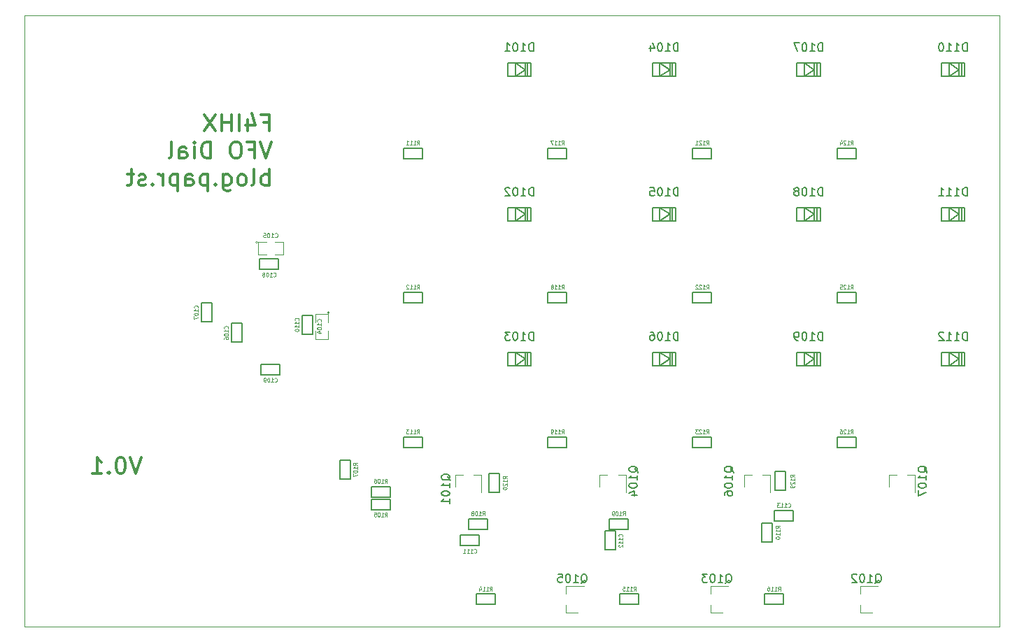
<source format=gbo>
G04 #@! TF.GenerationSoftware,KiCad,Pcbnew,5.1.9-73d0e3b20d~88~ubuntu18.04.1*
G04 #@! TF.CreationDate,2021-10-16T20:22:12+02:00*
G04 #@! TF.ProjectId,VFODial,56464f44-6961-46c2-9e6b-696361645f70,rev?*
G04 #@! TF.SameCoordinates,Original*
G04 #@! TF.FileFunction,Legend,Bot*
G04 #@! TF.FilePolarity,Positive*
%FSLAX46Y46*%
G04 Gerber Fmt 4.6, Leading zero omitted, Abs format (unit mm)*
G04 Created by KiCad (PCBNEW 5.1.9-73d0e3b20d~88~ubuntu18.04.1) date 2021-10-16 20:22:12*
%MOMM*%
%LPD*%
G01*
G04 APERTURE LIST*
%ADD10C,0.300000*%
G04 #@! TA.AperFunction,Profile*
%ADD11C,0.050000*%
G04 #@! TD*
%ADD12C,0.127000*%
%ADD13C,0.099060*%
%ADD14C,0.120000*%
%ADD15C,0.150000*%
%ADD16C,0.114300*%
%ADD17C,0.109220*%
G04 APERTURE END LIST*
D10*
X34197619Y-166904761D02*
X33530952Y-168904761D01*
X32864285Y-166904761D01*
X31816666Y-166904761D02*
X31626190Y-166904761D01*
X31435714Y-167000000D01*
X31340476Y-167095238D01*
X31245238Y-167285714D01*
X31150000Y-167666666D01*
X31150000Y-168142857D01*
X31245238Y-168523809D01*
X31340476Y-168714285D01*
X31435714Y-168809523D01*
X31626190Y-168904761D01*
X31816666Y-168904761D01*
X32007142Y-168809523D01*
X32102380Y-168714285D01*
X32197619Y-168523809D01*
X32292857Y-168142857D01*
X32292857Y-167666666D01*
X32197619Y-167285714D01*
X32102380Y-167095238D01*
X32007142Y-167000000D01*
X31816666Y-166904761D01*
X30292857Y-168714285D02*
X30197619Y-168809523D01*
X30292857Y-168904761D01*
X30388095Y-168809523D01*
X30292857Y-168714285D01*
X30292857Y-168904761D01*
X28292857Y-168904761D02*
X29435714Y-168904761D01*
X28864285Y-168904761D02*
X28864285Y-166904761D01*
X29054761Y-167190476D01*
X29245238Y-167380952D01*
X29435714Y-167476190D01*
X49012142Y-126357142D02*
X49678809Y-126357142D01*
X49678809Y-127404761D02*
X49678809Y-125404761D01*
X48726428Y-125404761D01*
X47107380Y-126071428D02*
X47107380Y-127404761D01*
X47583571Y-125309523D02*
X48059761Y-126738095D01*
X46821666Y-126738095D01*
X46059761Y-127404761D02*
X46059761Y-125404761D01*
X45107380Y-127404761D02*
X45107380Y-125404761D01*
X45107380Y-126357142D02*
X43964523Y-126357142D01*
X43964523Y-127404761D02*
X43964523Y-125404761D01*
X43202619Y-125404761D02*
X41869285Y-127404761D01*
X41869285Y-125404761D02*
X43202619Y-127404761D01*
X49964523Y-128704761D02*
X49297857Y-130704761D01*
X48631190Y-128704761D01*
X47297857Y-129657142D02*
X47964523Y-129657142D01*
X47964523Y-130704761D02*
X47964523Y-128704761D01*
X47012142Y-128704761D01*
X45869285Y-128704761D02*
X45488333Y-128704761D01*
X45297857Y-128800000D01*
X45107380Y-128990476D01*
X45012142Y-129371428D01*
X45012142Y-130038095D01*
X45107380Y-130419047D01*
X45297857Y-130609523D01*
X45488333Y-130704761D01*
X45869285Y-130704761D01*
X46059761Y-130609523D01*
X46250238Y-130419047D01*
X46345476Y-130038095D01*
X46345476Y-129371428D01*
X46250238Y-128990476D01*
X46059761Y-128800000D01*
X45869285Y-128704761D01*
X42631190Y-130704761D02*
X42631190Y-128704761D01*
X42155000Y-128704761D01*
X41869285Y-128800000D01*
X41678809Y-128990476D01*
X41583571Y-129180952D01*
X41488333Y-129561904D01*
X41488333Y-129847619D01*
X41583571Y-130228571D01*
X41678809Y-130419047D01*
X41869285Y-130609523D01*
X42155000Y-130704761D01*
X42631190Y-130704761D01*
X40631190Y-130704761D02*
X40631190Y-129371428D01*
X40631190Y-128704761D02*
X40726428Y-128800000D01*
X40631190Y-128895238D01*
X40535952Y-128800000D01*
X40631190Y-128704761D01*
X40631190Y-128895238D01*
X38821666Y-130704761D02*
X38821666Y-129657142D01*
X38916904Y-129466666D01*
X39107380Y-129371428D01*
X39488333Y-129371428D01*
X39678809Y-129466666D01*
X38821666Y-130609523D02*
X39012142Y-130704761D01*
X39488333Y-130704761D01*
X39678809Y-130609523D01*
X39774047Y-130419047D01*
X39774047Y-130228571D01*
X39678809Y-130038095D01*
X39488333Y-129942857D01*
X39012142Y-129942857D01*
X38821666Y-129847619D01*
X37583571Y-130704761D02*
X37774047Y-130609523D01*
X37869285Y-130419047D01*
X37869285Y-128704761D01*
X49678809Y-134004761D02*
X49678809Y-132004761D01*
X49678809Y-132766666D02*
X49488333Y-132671428D01*
X49107380Y-132671428D01*
X48916904Y-132766666D01*
X48821666Y-132861904D01*
X48726428Y-133052380D01*
X48726428Y-133623809D01*
X48821666Y-133814285D01*
X48916904Y-133909523D01*
X49107380Y-134004761D01*
X49488333Y-134004761D01*
X49678809Y-133909523D01*
X47583571Y-134004761D02*
X47774047Y-133909523D01*
X47869285Y-133719047D01*
X47869285Y-132004761D01*
X46535952Y-134004761D02*
X46726428Y-133909523D01*
X46821666Y-133814285D01*
X46916904Y-133623809D01*
X46916904Y-133052380D01*
X46821666Y-132861904D01*
X46726428Y-132766666D01*
X46535952Y-132671428D01*
X46250238Y-132671428D01*
X46059761Y-132766666D01*
X45964523Y-132861904D01*
X45869285Y-133052380D01*
X45869285Y-133623809D01*
X45964523Y-133814285D01*
X46059761Y-133909523D01*
X46250238Y-134004761D01*
X46535952Y-134004761D01*
X44155000Y-132671428D02*
X44155000Y-134290476D01*
X44250238Y-134480952D01*
X44345476Y-134576190D01*
X44535952Y-134671428D01*
X44821666Y-134671428D01*
X45012142Y-134576190D01*
X44155000Y-133909523D02*
X44345476Y-134004761D01*
X44726428Y-134004761D01*
X44916904Y-133909523D01*
X45012142Y-133814285D01*
X45107380Y-133623809D01*
X45107380Y-133052380D01*
X45012142Y-132861904D01*
X44916904Y-132766666D01*
X44726428Y-132671428D01*
X44345476Y-132671428D01*
X44155000Y-132766666D01*
X43202619Y-133814285D02*
X43107380Y-133909523D01*
X43202619Y-134004761D01*
X43297857Y-133909523D01*
X43202619Y-133814285D01*
X43202619Y-134004761D01*
X42250238Y-132671428D02*
X42250238Y-134671428D01*
X42250238Y-132766666D02*
X42059761Y-132671428D01*
X41678809Y-132671428D01*
X41488333Y-132766666D01*
X41393095Y-132861904D01*
X41297857Y-133052380D01*
X41297857Y-133623809D01*
X41393095Y-133814285D01*
X41488333Y-133909523D01*
X41678809Y-134004761D01*
X42059761Y-134004761D01*
X42250238Y-133909523D01*
X39583571Y-134004761D02*
X39583571Y-132957142D01*
X39678809Y-132766666D01*
X39869285Y-132671428D01*
X40250238Y-132671428D01*
X40440714Y-132766666D01*
X39583571Y-133909523D02*
X39774047Y-134004761D01*
X40250238Y-134004761D01*
X40440714Y-133909523D01*
X40535952Y-133719047D01*
X40535952Y-133528571D01*
X40440714Y-133338095D01*
X40250238Y-133242857D01*
X39774047Y-133242857D01*
X39583571Y-133147619D01*
X38631190Y-132671428D02*
X38631190Y-134671428D01*
X38631190Y-132766666D02*
X38440714Y-132671428D01*
X38059761Y-132671428D01*
X37869285Y-132766666D01*
X37774047Y-132861904D01*
X37678809Y-133052380D01*
X37678809Y-133623809D01*
X37774047Y-133814285D01*
X37869285Y-133909523D01*
X38059761Y-134004761D01*
X38440714Y-134004761D01*
X38631190Y-133909523D01*
X36821666Y-134004761D02*
X36821666Y-132671428D01*
X36821666Y-133052380D02*
X36726428Y-132861904D01*
X36631190Y-132766666D01*
X36440714Y-132671428D01*
X36250238Y-132671428D01*
X35583571Y-133814285D02*
X35488333Y-133909523D01*
X35583571Y-134004761D01*
X35678809Y-133909523D01*
X35583571Y-133814285D01*
X35583571Y-134004761D01*
X34726428Y-133909523D02*
X34535952Y-134004761D01*
X34155000Y-134004761D01*
X33964523Y-133909523D01*
X33869285Y-133719047D01*
X33869285Y-133623809D01*
X33964523Y-133433333D01*
X34155000Y-133338095D01*
X34440714Y-133338095D01*
X34631190Y-133242857D01*
X34726428Y-133052380D01*
X34726428Y-132957142D01*
X34631190Y-132766666D01*
X34440714Y-132671428D01*
X34155000Y-132671428D01*
X33964523Y-132766666D01*
X33297857Y-132671428D02*
X32535952Y-132671428D01*
X33012142Y-132004761D02*
X33012142Y-133719047D01*
X32916904Y-133909523D01*
X32726428Y-134004761D01*
X32535952Y-134004761D01*
D11*
X20100000Y-187400000D02*
X20100000Y-187300000D01*
X138100000Y-187400000D02*
X20100000Y-187400000D01*
X138100000Y-113400000D02*
X138100000Y-187400000D01*
X20100000Y-113400000D02*
X138100000Y-113400000D01*
X20100000Y-187300000D02*
X20100000Y-113400000D01*
D12*
G04 #@! TO.C,R129*
X110915000Y-168657000D02*
X110915000Y-170943000D01*
X110915000Y-170943000D02*
X112185000Y-170943000D01*
X112185000Y-170943000D02*
X112185000Y-168657000D01*
X112185000Y-168657000D02*
X110915000Y-168657000D01*
G04 #@! TO.C,R126*
X120743000Y-164465000D02*
X118457000Y-164465000D01*
X118457000Y-164465000D02*
X118457000Y-165735000D01*
X118457000Y-165735000D02*
X120743000Y-165735000D01*
X120743000Y-165735000D02*
X120743000Y-164465000D01*
G04 #@! TO.C,R125*
X120743000Y-146965000D02*
X118457000Y-146965000D01*
X118457000Y-146965000D02*
X118457000Y-148235000D01*
X118457000Y-148235000D02*
X120743000Y-148235000D01*
X120743000Y-148235000D02*
X120743000Y-146965000D01*
G04 #@! TO.C,R124*
X120743000Y-129465000D02*
X118457000Y-129465000D01*
X118457000Y-129465000D02*
X118457000Y-130735000D01*
X118457000Y-130735000D02*
X120743000Y-130735000D01*
X120743000Y-130735000D02*
X120743000Y-129465000D01*
G04 #@! TO.C,R123*
X103243000Y-164465000D02*
X100957000Y-164465000D01*
X100957000Y-164465000D02*
X100957000Y-165735000D01*
X100957000Y-165735000D02*
X103243000Y-165735000D01*
X103243000Y-165735000D02*
X103243000Y-164465000D01*
G04 #@! TO.C,R122*
X103243000Y-146965000D02*
X100957000Y-146965000D01*
X100957000Y-146965000D02*
X100957000Y-148235000D01*
X100957000Y-148235000D02*
X103243000Y-148235000D01*
X103243000Y-148235000D02*
X103243000Y-146965000D01*
G04 #@! TO.C,R121*
X103243000Y-129465000D02*
X100957000Y-129465000D01*
X100957000Y-129465000D02*
X100957000Y-130735000D01*
X100957000Y-130735000D02*
X103243000Y-130735000D01*
X103243000Y-130735000D02*
X103243000Y-129465000D01*
G04 #@! TO.C,R120*
X76265000Y-168857000D02*
X76265000Y-171143000D01*
X76265000Y-171143000D02*
X77535000Y-171143000D01*
X77535000Y-171143000D02*
X77535000Y-168857000D01*
X77535000Y-168857000D02*
X76265000Y-168857000D01*
G04 #@! TO.C,R119*
X85743000Y-164465000D02*
X83457000Y-164465000D01*
X83457000Y-164465000D02*
X83457000Y-165735000D01*
X83457000Y-165735000D02*
X85743000Y-165735000D01*
X85743000Y-165735000D02*
X85743000Y-164465000D01*
G04 #@! TO.C,R118*
X85743000Y-146965000D02*
X83457000Y-146965000D01*
X83457000Y-146965000D02*
X83457000Y-148235000D01*
X83457000Y-148235000D02*
X85743000Y-148235000D01*
X85743000Y-148235000D02*
X85743000Y-146965000D01*
G04 #@! TO.C,R117*
X85743000Y-129465000D02*
X83457000Y-129465000D01*
X83457000Y-129465000D02*
X83457000Y-130735000D01*
X83457000Y-130735000D02*
X85743000Y-130735000D01*
X85743000Y-130735000D02*
X85743000Y-129465000D01*
G04 #@! TO.C,R116*
X111943000Y-183465000D02*
X109657000Y-183465000D01*
X109657000Y-183465000D02*
X109657000Y-184735000D01*
X109657000Y-184735000D02*
X111943000Y-184735000D01*
X111943000Y-184735000D02*
X111943000Y-183465000D01*
G04 #@! TO.C,R115*
X94443000Y-183465000D02*
X92157000Y-183465000D01*
X92157000Y-183465000D02*
X92157000Y-184735000D01*
X92157000Y-184735000D02*
X94443000Y-184735000D01*
X94443000Y-184735000D02*
X94443000Y-183465000D01*
G04 #@! TO.C,R114*
X77043000Y-183465000D02*
X74757000Y-183465000D01*
X74757000Y-183465000D02*
X74757000Y-184735000D01*
X74757000Y-184735000D02*
X77043000Y-184735000D01*
X77043000Y-184735000D02*
X77043000Y-183465000D01*
G04 #@! TO.C,R113*
X68243000Y-164465000D02*
X65957000Y-164465000D01*
X65957000Y-164465000D02*
X65957000Y-165735000D01*
X65957000Y-165735000D02*
X68243000Y-165735000D01*
X68243000Y-165735000D02*
X68243000Y-164465000D01*
G04 #@! TO.C,R112*
X68243000Y-146965000D02*
X65957000Y-146965000D01*
X65957000Y-146965000D02*
X65957000Y-148235000D01*
X65957000Y-148235000D02*
X68243000Y-148235000D01*
X68243000Y-148235000D02*
X68243000Y-146965000D01*
G04 #@! TO.C,R111*
X68243000Y-129465000D02*
X65957000Y-129465000D01*
X65957000Y-129465000D02*
X65957000Y-130735000D01*
X65957000Y-130735000D02*
X68243000Y-130735000D01*
X68243000Y-130735000D02*
X68243000Y-129465000D01*
G04 #@! TO.C,R110*
X110635000Y-177143000D02*
X110635000Y-174857000D01*
X110635000Y-174857000D02*
X109365000Y-174857000D01*
X109365000Y-174857000D02*
X109365000Y-177143000D01*
X109365000Y-177143000D02*
X110635000Y-177143000D01*
G04 #@! TO.C,R109*
X93143000Y-174365000D02*
X90857000Y-174365000D01*
X90857000Y-174365000D02*
X90857000Y-175635000D01*
X90857000Y-175635000D02*
X93143000Y-175635000D01*
X93143000Y-175635000D02*
X93143000Y-174365000D01*
G04 #@! TO.C,R108*
X76143000Y-174365000D02*
X73857000Y-174365000D01*
X73857000Y-174365000D02*
X73857000Y-175635000D01*
X73857000Y-175635000D02*
X76143000Y-175635000D01*
X76143000Y-175635000D02*
X76143000Y-174365000D01*
G04 #@! TO.C,R107*
X59535000Y-169543000D02*
X59535000Y-167257000D01*
X59535000Y-167257000D02*
X58265000Y-167257000D01*
X58265000Y-167257000D02*
X58265000Y-169543000D01*
X58265000Y-169543000D02*
X59535000Y-169543000D01*
G04 #@! TO.C,R106*
X62057000Y-171735000D02*
X64343000Y-171735000D01*
X64343000Y-171735000D02*
X64343000Y-170465000D01*
X64343000Y-170465000D02*
X62057000Y-170465000D01*
X62057000Y-170465000D02*
X62057000Y-171735000D01*
G04 #@! TO.C,R105*
X62057000Y-173235000D02*
X64343000Y-173235000D01*
X64343000Y-173235000D02*
X64343000Y-171965000D01*
X64343000Y-171965000D02*
X62057000Y-171965000D01*
X62057000Y-171965000D02*
X62057000Y-173235000D01*
G04 #@! TO.C,C113*
X113143000Y-173365000D02*
X110857000Y-173365000D01*
X110857000Y-173365000D02*
X110857000Y-174635000D01*
X110857000Y-174635000D02*
X113143000Y-174635000D01*
X113143000Y-174635000D02*
X113143000Y-173365000D01*
G04 #@! TO.C,C112*
X91635000Y-178143000D02*
X91635000Y-175857000D01*
X91635000Y-175857000D02*
X90365000Y-175857000D01*
X90365000Y-175857000D02*
X90365000Y-178143000D01*
X90365000Y-178143000D02*
X91635000Y-178143000D01*
G04 #@! TO.C,C111*
X72857000Y-177635000D02*
X75143000Y-177635000D01*
X75143000Y-177635000D02*
X75143000Y-176365000D01*
X75143000Y-176365000D02*
X72857000Y-176365000D01*
X72857000Y-176365000D02*
X72857000Y-177635000D01*
G04 #@! TO.C,C110*
X53715000Y-149707000D02*
X53715000Y-151993000D01*
X53715000Y-151993000D02*
X54985000Y-151993000D01*
X54985000Y-151993000D02*
X54985000Y-149707000D01*
X54985000Y-149707000D02*
X53715000Y-149707000D01*
G04 #@! TO.C,C109*
X48707000Y-156935000D02*
X50993000Y-156935000D01*
X50993000Y-156935000D02*
X50993000Y-155665000D01*
X50993000Y-155665000D02*
X48707000Y-155665000D01*
X48707000Y-155665000D02*
X48707000Y-156935000D01*
G04 #@! TO.C,C108*
X48557000Y-144185000D02*
X50843000Y-144185000D01*
X50843000Y-144185000D02*
X50843000Y-142915000D01*
X50843000Y-142915000D02*
X48557000Y-142915000D01*
X48557000Y-142915000D02*
X48557000Y-144185000D01*
G04 #@! TO.C,C107*
X41515000Y-148207000D02*
X41515000Y-150493000D01*
X41515000Y-150493000D02*
X42785000Y-150493000D01*
X42785000Y-150493000D02*
X42785000Y-148207000D01*
X42785000Y-148207000D02*
X41515000Y-148207000D01*
G04 #@! TO.C,C106*
X45165000Y-150695000D02*
X45165000Y-152981000D01*
X45165000Y-152981000D02*
X46435000Y-152981000D01*
X46435000Y-152981000D02*
X46435000Y-150695000D01*
X46435000Y-150695000D02*
X45165000Y-150695000D01*
D13*
G04 #@! TO.C,C105*
X48326000Y-140888000D02*
G75*
G03*
X48326000Y-140888000I-127000J0D01*
G01*
X49342000Y-140888000D02*
X48326000Y-140888000D01*
X48326000Y-140888000D02*
X48326000Y-142412000D01*
X48326000Y-142412000D02*
X49342000Y-142412000D01*
X50358000Y-142412000D02*
X51374000Y-142412000D01*
X51374000Y-142412000D02*
X51374000Y-140888000D01*
X51374000Y-140888000D02*
X50358000Y-140888000D01*
G04 #@! TO.C,C104*
X56989000Y-149399000D02*
G75*
G03*
X56989000Y-149399000I-127000J0D01*
G01*
X56862000Y-150542000D02*
X56862000Y-149526000D01*
X56862000Y-149526000D02*
X55338000Y-149526000D01*
X55338000Y-149526000D02*
X55338000Y-150542000D01*
X55338000Y-151558000D02*
X55338000Y-152574000D01*
X55338000Y-152574000D02*
X56862000Y-152574000D01*
X56862000Y-152574000D02*
X56862000Y-151558000D01*
D14*
G04 #@! TO.C,Q107*
X124720000Y-169040000D02*
X124720000Y-170500000D01*
X127880000Y-169040000D02*
X127880000Y-171200000D01*
X127880000Y-169040000D02*
X126950000Y-169040000D01*
X124720000Y-169040000D02*
X125650000Y-169040000D01*
G04 #@! TO.C,Q106*
X107220000Y-169040000D02*
X107220000Y-170500000D01*
X110380000Y-169040000D02*
X110380000Y-171200000D01*
X110380000Y-169040000D02*
X109450000Y-169040000D01*
X107220000Y-169040000D02*
X108150000Y-169040000D01*
G04 #@! TO.C,Q105*
X85640000Y-185680000D02*
X87100000Y-185680000D01*
X85640000Y-182520000D02*
X87800000Y-182520000D01*
X85640000Y-182520000D02*
X85640000Y-183450000D01*
X85640000Y-185680000D02*
X85640000Y-184750000D01*
G04 #@! TO.C,Q104*
X89720000Y-169040000D02*
X89720000Y-170500000D01*
X92880000Y-169040000D02*
X92880000Y-171200000D01*
X92880000Y-169040000D02*
X91950000Y-169040000D01*
X89720000Y-169040000D02*
X90650000Y-169040000D01*
G04 #@! TO.C,Q103*
X103140000Y-185680000D02*
X104600000Y-185680000D01*
X103140000Y-182520000D02*
X105300000Y-182520000D01*
X103140000Y-182520000D02*
X103140000Y-183450000D01*
X103140000Y-185680000D02*
X103140000Y-184750000D01*
G04 #@! TO.C,Q102*
X121240000Y-185680000D02*
X122700000Y-185680000D01*
X121240000Y-182520000D02*
X123400000Y-182520000D01*
X121240000Y-182520000D02*
X121240000Y-183450000D01*
X121240000Y-185680000D02*
X121240000Y-184750000D01*
G04 #@! TO.C,Q101*
X72220000Y-169040000D02*
X72220000Y-170500000D01*
X75380000Y-169040000D02*
X75380000Y-171200000D01*
X75380000Y-169040000D02*
X74450000Y-169040000D01*
X72220000Y-169040000D02*
X73150000Y-169040000D01*
D15*
G04 #@! TO.C,D112*
X133200000Y-155000000D02*
X132000000Y-154200000D01*
X132000000Y-154200000D02*
X132000000Y-155800000D01*
X132000000Y-155800000D02*
X133200000Y-155000000D01*
X133500000Y-154200000D02*
X133500000Y-155800000D01*
X133200000Y-154200000D02*
X133200000Y-155800000D01*
X133900000Y-154200000D02*
X131100000Y-154200000D01*
X131100000Y-154200000D02*
X131100000Y-155800000D01*
X131100000Y-155800000D02*
X133900000Y-155800000D01*
X133900000Y-155800000D02*
X133900000Y-154200000D01*
G04 #@! TO.C,D111*
X133200000Y-137500000D02*
X132000000Y-136700000D01*
X132000000Y-136700000D02*
X132000000Y-138300000D01*
X132000000Y-138300000D02*
X133200000Y-137500000D01*
X133500000Y-136700000D02*
X133500000Y-138300000D01*
X133200000Y-136700000D02*
X133200000Y-138300000D01*
X133900000Y-136700000D02*
X131100000Y-136700000D01*
X131100000Y-136700000D02*
X131100000Y-138300000D01*
X131100000Y-138300000D02*
X133900000Y-138300000D01*
X133900000Y-138300000D02*
X133900000Y-136700000D01*
G04 #@! TO.C,D110*
X133200000Y-120000000D02*
X132000000Y-119200000D01*
X132000000Y-119200000D02*
X132000000Y-120800000D01*
X132000000Y-120800000D02*
X133200000Y-120000000D01*
X133500000Y-119200000D02*
X133500000Y-120800000D01*
X133200000Y-119200000D02*
X133200000Y-120800000D01*
X133900000Y-119200000D02*
X131100000Y-119200000D01*
X131100000Y-119200000D02*
X131100000Y-120800000D01*
X131100000Y-120800000D02*
X133900000Y-120800000D01*
X133900000Y-120800000D02*
X133900000Y-119200000D01*
G04 #@! TO.C,D109*
X115700000Y-155000000D02*
X114500000Y-154200000D01*
X114500000Y-154200000D02*
X114500000Y-155800000D01*
X114500000Y-155800000D02*
X115700000Y-155000000D01*
X116000000Y-154200000D02*
X116000000Y-155800000D01*
X115700000Y-154200000D02*
X115700000Y-155800000D01*
X116400000Y-154200000D02*
X113600000Y-154200000D01*
X113600000Y-154200000D02*
X113600000Y-155800000D01*
X113600000Y-155800000D02*
X116400000Y-155800000D01*
X116400000Y-155800000D02*
X116400000Y-154200000D01*
G04 #@! TO.C,D108*
X115700000Y-137500000D02*
X114500000Y-136700000D01*
X114500000Y-136700000D02*
X114500000Y-138300000D01*
X114500000Y-138300000D02*
X115700000Y-137500000D01*
X116000000Y-136700000D02*
X116000000Y-138300000D01*
X115700000Y-136700000D02*
X115700000Y-138300000D01*
X116400000Y-136700000D02*
X113600000Y-136700000D01*
X113600000Y-136700000D02*
X113600000Y-138300000D01*
X113600000Y-138300000D02*
X116400000Y-138300000D01*
X116400000Y-138300000D02*
X116400000Y-136700000D01*
G04 #@! TO.C,D107*
X115700000Y-120000000D02*
X114500000Y-119200000D01*
X114500000Y-119200000D02*
X114500000Y-120800000D01*
X114500000Y-120800000D02*
X115700000Y-120000000D01*
X116000000Y-119200000D02*
X116000000Y-120800000D01*
X115700000Y-119200000D02*
X115700000Y-120800000D01*
X116400000Y-119200000D02*
X113600000Y-119200000D01*
X113600000Y-119200000D02*
X113600000Y-120800000D01*
X113600000Y-120800000D02*
X116400000Y-120800000D01*
X116400000Y-120800000D02*
X116400000Y-119200000D01*
G04 #@! TO.C,D106*
X98200000Y-155000000D02*
X97000000Y-154200000D01*
X97000000Y-154200000D02*
X97000000Y-155800000D01*
X97000000Y-155800000D02*
X98200000Y-155000000D01*
X98500000Y-154200000D02*
X98500000Y-155800000D01*
X98200000Y-154200000D02*
X98200000Y-155800000D01*
X98900000Y-154200000D02*
X96100000Y-154200000D01*
X96100000Y-154200000D02*
X96100000Y-155800000D01*
X96100000Y-155800000D02*
X98900000Y-155800000D01*
X98900000Y-155800000D02*
X98900000Y-154200000D01*
G04 #@! TO.C,D105*
X98200000Y-137500000D02*
X97000000Y-136700000D01*
X97000000Y-136700000D02*
X97000000Y-138300000D01*
X97000000Y-138300000D02*
X98200000Y-137500000D01*
X98500000Y-136700000D02*
X98500000Y-138300000D01*
X98200000Y-136700000D02*
X98200000Y-138300000D01*
X98900000Y-136700000D02*
X96100000Y-136700000D01*
X96100000Y-136700000D02*
X96100000Y-138300000D01*
X96100000Y-138300000D02*
X98900000Y-138300000D01*
X98900000Y-138300000D02*
X98900000Y-136700000D01*
G04 #@! TO.C,D104*
X98200000Y-120000000D02*
X97000000Y-119200000D01*
X97000000Y-119200000D02*
X97000000Y-120800000D01*
X97000000Y-120800000D02*
X98200000Y-120000000D01*
X98500000Y-119200000D02*
X98500000Y-120800000D01*
X98200000Y-119200000D02*
X98200000Y-120800000D01*
X98900000Y-119200000D02*
X96100000Y-119200000D01*
X96100000Y-119200000D02*
X96100000Y-120800000D01*
X96100000Y-120800000D02*
X98900000Y-120800000D01*
X98900000Y-120800000D02*
X98900000Y-119200000D01*
G04 #@! TO.C,D103*
X80700000Y-155000000D02*
X79500000Y-154200000D01*
X79500000Y-154200000D02*
X79500000Y-155800000D01*
X79500000Y-155800000D02*
X80700000Y-155000000D01*
X81000000Y-154200000D02*
X81000000Y-155800000D01*
X80700000Y-154200000D02*
X80700000Y-155800000D01*
X81400000Y-154200000D02*
X78600000Y-154200000D01*
X78600000Y-154200000D02*
X78600000Y-155800000D01*
X78600000Y-155800000D02*
X81400000Y-155800000D01*
X81400000Y-155800000D02*
X81400000Y-154200000D01*
G04 #@! TO.C,D102*
X80700000Y-137500000D02*
X79500000Y-136700000D01*
X79500000Y-136700000D02*
X79500000Y-138300000D01*
X79500000Y-138300000D02*
X80700000Y-137500000D01*
X81000000Y-136700000D02*
X81000000Y-138300000D01*
X80700000Y-136700000D02*
X80700000Y-138300000D01*
X81400000Y-136700000D02*
X78600000Y-136700000D01*
X78600000Y-136700000D02*
X78600000Y-138300000D01*
X78600000Y-138300000D02*
X81400000Y-138300000D01*
X81400000Y-138300000D02*
X81400000Y-136700000D01*
G04 #@! TO.C,D101*
X80700000Y-120000000D02*
X79500000Y-119200000D01*
X79500000Y-119200000D02*
X79500000Y-120800000D01*
X79500000Y-120800000D02*
X80700000Y-120000000D01*
X81000000Y-119200000D02*
X81000000Y-120800000D01*
X80700000Y-119200000D02*
X80700000Y-120800000D01*
X81400000Y-119200000D02*
X78600000Y-119200000D01*
X78600000Y-119200000D02*
X78600000Y-120800000D01*
X78600000Y-120800000D02*
X81400000Y-120800000D01*
X81400000Y-120800000D02*
X81400000Y-119200000D01*
G04 #@! TD*
G04 #@! TO.C,R129*
D16*
X113279809Y-169288371D02*
X113037904Y-169135971D01*
X113279809Y-169027114D02*
X112771809Y-169027114D01*
X112771809Y-169201285D01*
X112796000Y-169244828D01*
X112820190Y-169266600D01*
X112868571Y-169288371D01*
X112941142Y-169288371D01*
X112989523Y-169266600D01*
X113013714Y-169244828D01*
X113037904Y-169201285D01*
X113037904Y-169027114D01*
X113279809Y-169723800D02*
X113279809Y-169462542D01*
X113279809Y-169593171D02*
X112771809Y-169593171D01*
X112844380Y-169549628D01*
X112892761Y-169506085D01*
X112916952Y-169462542D01*
X112820190Y-169897971D02*
X112796000Y-169919742D01*
X112771809Y-169963285D01*
X112771809Y-170072142D01*
X112796000Y-170115685D01*
X112820190Y-170137457D01*
X112868571Y-170159228D01*
X112916952Y-170159228D01*
X112989523Y-170137457D01*
X113279809Y-169876200D01*
X113279809Y-170159228D01*
X113279809Y-170376942D02*
X113279809Y-170464028D01*
X113255619Y-170507571D01*
X113231428Y-170529342D01*
X113158857Y-170572885D01*
X113062095Y-170594657D01*
X112868571Y-170594657D01*
X112820190Y-170572885D01*
X112796000Y-170551114D01*
X112771809Y-170507571D01*
X112771809Y-170420485D01*
X112796000Y-170376942D01*
X112820190Y-170355171D01*
X112868571Y-170333400D01*
X112989523Y-170333400D01*
X113037904Y-170355171D01*
X113062095Y-170376942D01*
X113086285Y-170420485D01*
X113086285Y-170507571D01*
X113062095Y-170551114D01*
X113037904Y-170572885D01*
X112989523Y-170594657D01*
G04 #@! TO.C,R126*
X120111628Y-164059809D02*
X120264028Y-163817904D01*
X120372885Y-164059809D02*
X120372885Y-163551809D01*
X120198714Y-163551809D01*
X120155171Y-163576000D01*
X120133400Y-163600190D01*
X120111628Y-163648571D01*
X120111628Y-163721142D01*
X120133400Y-163769523D01*
X120155171Y-163793714D01*
X120198714Y-163817904D01*
X120372885Y-163817904D01*
X119676200Y-164059809D02*
X119937457Y-164059809D01*
X119806828Y-164059809D02*
X119806828Y-163551809D01*
X119850371Y-163624380D01*
X119893914Y-163672761D01*
X119937457Y-163696952D01*
X119502028Y-163600190D02*
X119480257Y-163576000D01*
X119436714Y-163551809D01*
X119327857Y-163551809D01*
X119284314Y-163576000D01*
X119262542Y-163600190D01*
X119240771Y-163648571D01*
X119240771Y-163696952D01*
X119262542Y-163769523D01*
X119523800Y-164059809D01*
X119240771Y-164059809D01*
X118848885Y-163551809D02*
X118935971Y-163551809D01*
X118979514Y-163576000D01*
X119001285Y-163600190D01*
X119044828Y-163672761D01*
X119066600Y-163769523D01*
X119066600Y-163963047D01*
X119044828Y-164011428D01*
X119023057Y-164035619D01*
X118979514Y-164059809D01*
X118892428Y-164059809D01*
X118848885Y-164035619D01*
X118827114Y-164011428D01*
X118805342Y-163963047D01*
X118805342Y-163842095D01*
X118827114Y-163793714D01*
X118848885Y-163769523D01*
X118892428Y-163745333D01*
X118979514Y-163745333D01*
X119023057Y-163769523D01*
X119044828Y-163793714D01*
X119066600Y-163842095D01*
G04 #@! TO.C,R125*
X120111628Y-146559809D02*
X120264028Y-146317904D01*
X120372885Y-146559809D02*
X120372885Y-146051809D01*
X120198714Y-146051809D01*
X120155171Y-146076000D01*
X120133400Y-146100190D01*
X120111628Y-146148571D01*
X120111628Y-146221142D01*
X120133400Y-146269523D01*
X120155171Y-146293714D01*
X120198714Y-146317904D01*
X120372885Y-146317904D01*
X119676200Y-146559809D02*
X119937457Y-146559809D01*
X119806828Y-146559809D02*
X119806828Y-146051809D01*
X119850371Y-146124380D01*
X119893914Y-146172761D01*
X119937457Y-146196952D01*
X119502028Y-146100190D02*
X119480257Y-146076000D01*
X119436714Y-146051809D01*
X119327857Y-146051809D01*
X119284314Y-146076000D01*
X119262542Y-146100190D01*
X119240771Y-146148571D01*
X119240771Y-146196952D01*
X119262542Y-146269523D01*
X119523800Y-146559809D01*
X119240771Y-146559809D01*
X118827114Y-146051809D02*
X119044828Y-146051809D01*
X119066600Y-146293714D01*
X119044828Y-146269523D01*
X119001285Y-146245333D01*
X118892428Y-146245333D01*
X118848885Y-146269523D01*
X118827114Y-146293714D01*
X118805342Y-146342095D01*
X118805342Y-146463047D01*
X118827114Y-146511428D01*
X118848885Y-146535619D01*
X118892428Y-146559809D01*
X119001285Y-146559809D01*
X119044828Y-146535619D01*
X119066600Y-146511428D01*
G04 #@! TO.C,R124*
X120111628Y-129059809D02*
X120264028Y-128817904D01*
X120372885Y-129059809D02*
X120372885Y-128551809D01*
X120198714Y-128551809D01*
X120155171Y-128576000D01*
X120133400Y-128600190D01*
X120111628Y-128648571D01*
X120111628Y-128721142D01*
X120133400Y-128769523D01*
X120155171Y-128793714D01*
X120198714Y-128817904D01*
X120372885Y-128817904D01*
X119676200Y-129059809D02*
X119937457Y-129059809D01*
X119806828Y-129059809D02*
X119806828Y-128551809D01*
X119850371Y-128624380D01*
X119893914Y-128672761D01*
X119937457Y-128696952D01*
X119502028Y-128600190D02*
X119480257Y-128576000D01*
X119436714Y-128551809D01*
X119327857Y-128551809D01*
X119284314Y-128576000D01*
X119262542Y-128600190D01*
X119240771Y-128648571D01*
X119240771Y-128696952D01*
X119262542Y-128769523D01*
X119523800Y-129059809D01*
X119240771Y-129059809D01*
X118848885Y-128721142D02*
X118848885Y-129059809D01*
X118957742Y-128527619D02*
X119066600Y-128890476D01*
X118783571Y-128890476D01*
G04 #@! TO.C,R123*
X102611628Y-164059809D02*
X102764028Y-163817904D01*
X102872885Y-164059809D02*
X102872885Y-163551809D01*
X102698714Y-163551809D01*
X102655171Y-163576000D01*
X102633400Y-163600190D01*
X102611628Y-163648571D01*
X102611628Y-163721142D01*
X102633400Y-163769523D01*
X102655171Y-163793714D01*
X102698714Y-163817904D01*
X102872885Y-163817904D01*
X102176200Y-164059809D02*
X102437457Y-164059809D01*
X102306828Y-164059809D02*
X102306828Y-163551809D01*
X102350371Y-163624380D01*
X102393914Y-163672761D01*
X102437457Y-163696952D01*
X102002028Y-163600190D02*
X101980257Y-163576000D01*
X101936714Y-163551809D01*
X101827857Y-163551809D01*
X101784314Y-163576000D01*
X101762542Y-163600190D01*
X101740771Y-163648571D01*
X101740771Y-163696952D01*
X101762542Y-163769523D01*
X102023800Y-164059809D01*
X101740771Y-164059809D01*
X101588371Y-163551809D02*
X101305342Y-163551809D01*
X101457742Y-163745333D01*
X101392428Y-163745333D01*
X101348885Y-163769523D01*
X101327114Y-163793714D01*
X101305342Y-163842095D01*
X101305342Y-163963047D01*
X101327114Y-164011428D01*
X101348885Y-164035619D01*
X101392428Y-164059809D01*
X101523057Y-164059809D01*
X101566600Y-164035619D01*
X101588371Y-164011428D01*
G04 #@! TO.C,R122*
X102611628Y-146559809D02*
X102764028Y-146317904D01*
X102872885Y-146559809D02*
X102872885Y-146051809D01*
X102698714Y-146051809D01*
X102655171Y-146076000D01*
X102633400Y-146100190D01*
X102611628Y-146148571D01*
X102611628Y-146221142D01*
X102633400Y-146269523D01*
X102655171Y-146293714D01*
X102698714Y-146317904D01*
X102872885Y-146317904D01*
X102176200Y-146559809D02*
X102437457Y-146559809D01*
X102306828Y-146559809D02*
X102306828Y-146051809D01*
X102350371Y-146124380D01*
X102393914Y-146172761D01*
X102437457Y-146196952D01*
X102002028Y-146100190D02*
X101980257Y-146076000D01*
X101936714Y-146051809D01*
X101827857Y-146051809D01*
X101784314Y-146076000D01*
X101762542Y-146100190D01*
X101740771Y-146148571D01*
X101740771Y-146196952D01*
X101762542Y-146269523D01*
X102023800Y-146559809D01*
X101740771Y-146559809D01*
X101566600Y-146100190D02*
X101544828Y-146076000D01*
X101501285Y-146051809D01*
X101392428Y-146051809D01*
X101348885Y-146076000D01*
X101327114Y-146100190D01*
X101305342Y-146148571D01*
X101305342Y-146196952D01*
X101327114Y-146269523D01*
X101588371Y-146559809D01*
X101305342Y-146559809D01*
G04 #@! TO.C,R121*
X102611628Y-129059809D02*
X102764028Y-128817904D01*
X102872885Y-129059809D02*
X102872885Y-128551809D01*
X102698714Y-128551809D01*
X102655171Y-128576000D01*
X102633400Y-128600190D01*
X102611628Y-128648571D01*
X102611628Y-128721142D01*
X102633400Y-128769523D01*
X102655171Y-128793714D01*
X102698714Y-128817904D01*
X102872885Y-128817904D01*
X102176200Y-129059809D02*
X102437457Y-129059809D01*
X102306828Y-129059809D02*
X102306828Y-128551809D01*
X102350371Y-128624380D01*
X102393914Y-128672761D01*
X102437457Y-128696952D01*
X102002028Y-128600190D02*
X101980257Y-128576000D01*
X101936714Y-128551809D01*
X101827857Y-128551809D01*
X101784314Y-128576000D01*
X101762542Y-128600190D01*
X101740771Y-128648571D01*
X101740771Y-128696952D01*
X101762542Y-128769523D01*
X102023800Y-129059809D01*
X101740771Y-129059809D01*
X101305342Y-129059809D02*
X101566600Y-129059809D01*
X101435971Y-129059809D02*
X101435971Y-128551809D01*
X101479514Y-128624380D01*
X101523057Y-128672761D01*
X101566600Y-128696952D01*
G04 #@! TO.C,R120*
X78479809Y-169488371D02*
X78237904Y-169335971D01*
X78479809Y-169227114D02*
X77971809Y-169227114D01*
X77971809Y-169401285D01*
X77996000Y-169444828D01*
X78020190Y-169466600D01*
X78068571Y-169488371D01*
X78141142Y-169488371D01*
X78189523Y-169466600D01*
X78213714Y-169444828D01*
X78237904Y-169401285D01*
X78237904Y-169227114D01*
X78479809Y-169923800D02*
X78479809Y-169662542D01*
X78479809Y-169793171D02*
X77971809Y-169793171D01*
X78044380Y-169749628D01*
X78092761Y-169706085D01*
X78116952Y-169662542D01*
X78020190Y-170097971D02*
X77996000Y-170119742D01*
X77971809Y-170163285D01*
X77971809Y-170272142D01*
X77996000Y-170315685D01*
X78020190Y-170337457D01*
X78068571Y-170359228D01*
X78116952Y-170359228D01*
X78189523Y-170337457D01*
X78479809Y-170076200D01*
X78479809Y-170359228D01*
X77971809Y-170642257D02*
X77971809Y-170685800D01*
X77996000Y-170729342D01*
X78020190Y-170751114D01*
X78068571Y-170772885D01*
X78165333Y-170794657D01*
X78286285Y-170794657D01*
X78383047Y-170772885D01*
X78431428Y-170751114D01*
X78455619Y-170729342D01*
X78479809Y-170685800D01*
X78479809Y-170642257D01*
X78455619Y-170598714D01*
X78431428Y-170576942D01*
X78383047Y-170555171D01*
X78286285Y-170533400D01*
X78165333Y-170533400D01*
X78068571Y-170555171D01*
X78020190Y-170576942D01*
X77996000Y-170598714D01*
X77971809Y-170642257D01*
G04 #@! TO.C,R119*
X85111628Y-164059809D02*
X85264028Y-163817904D01*
X85372885Y-164059809D02*
X85372885Y-163551809D01*
X85198714Y-163551809D01*
X85155171Y-163576000D01*
X85133400Y-163600190D01*
X85111628Y-163648571D01*
X85111628Y-163721142D01*
X85133400Y-163769523D01*
X85155171Y-163793714D01*
X85198714Y-163817904D01*
X85372885Y-163817904D01*
X84676200Y-164059809D02*
X84937457Y-164059809D01*
X84806828Y-164059809D02*
X84806828Y-163551809D01*
X84850371Y-163624380D01*
X84893914Y-163672761D01*
X84937457Y-163696952D01*
X84240771Y-164059809D02*
X84502028Y-164059809D01*
X84371400Y-164059809D02*
X84371400Y-163551809D01*
X84414942Y-163624380D01*
X84458485Y-163672761D01*
X84502028Y-163696952D01*
X84023057Y-164059809D02*
X83935971Y-164059809D01*
X83892428Y-164035619D01*
X83870657Y-164011428D01*
X83827114Y-163938857D01*
X83805342Y-163842095D01*
X83805342Y-163648571D01*
X83827114Y-163600190D01*
X83848885Y-163576000D01*
X83892428Y-163551809D01*
X83979514Y-163551809D01*
X84023057Y-163576000D01*
X84044828Y-163600190D01*
X84066600Y-163648571D01*
X84066600Y-163769523D01*
X84044828Y-163817904D01*
X84023057Y-163842095D01*
X83979514Y-163866285D01*
X83892428Y-163866285D01*
X83848885Y-163842095D01*
X83827114Y-163817904D01*
X83805342Y-163769523D01*
G04 #@! TO.C,R118*
X85111628Y-146559809D02*
X85264028Y-146317904D01*
X85372885Y-146559809D02*
X85372885Y-146051809D01*
X85198714Y-146051809D01*
X85155171Y-146076000D01*
X85133400Y-146100190D01*
X85111628Y-146148571D01*
X85111628Y-146221142D01*
X85133400Y-146269523D01*
X85155171Y-146293714D01*
X85198714Y-146317904D01*
X85372885Y-146317904D01*
X84676200Y-146559809D02*
X84937457Y-146559809D01*
X84806828Y-146559809D02*
X84806828Y-146051809D01*
X84850371Y-146124380D01*
X84893914Y-146172761D01*
X84937457Y-146196952D01*
X84240771Y-146559809D02*
X84502028Y-146559809D01*
X84371400Y-146559809D02*
X84371400Y-146051809D01*
X84414942Y-146124380D01*
X84458485Y-146172761D01*
X84502028Y-146196952D01*
X83979514Y-146269523D02*
X84023057Y-146245333D01*
X84044828Y-146221142D01*
X84066600Y-146172761D01*
X84066600Y-146148571D01*
X84044828Y-146100190D01*
X84023057Y-146076000D01*
X83979514Y-146051809D01*
X83892428Y-146051809D01*
X83848885Y-146076000D01*
X83827114Y-146100190D01*
X83805342Y-146148571D01*
X83805342Y-146172761D01*
X83827114Y-146221142D01*
X83848885Y-146245333D01*
X83892428Y-146269523D01*
X83979514Y-146269523D01*
X84023057Y-146293714D01*
X84044828Y-146317904D01*
X84066600Y-146366285D01*
X84066600Y-146463047D01*
X84044828Y-146511428D01*
X84023057Y-146535619D01*
X83979514Y-146559809D01*
X83892428Y-146559809D01*
X83848885Y-146535619D01*
X83827114Y-146511428D01*
X83805342Y-146463047D01*
X83805342Y-146366285D01*
X83827114Y-146317904D01*
X83848885Y-146293714D01*
X83892428Y-146269523D01*
G04 #@! TO.C,R117*
X85111628Y-129059809D02*
X85264028Y-128817904D01*
X85372885Y-129059809D02*
X85372885Y-128551809D01*
X85198714Y-128551809D01*
X85155171Y-128576000D01*
X85133400Y-128600190D01*
X85111628Y-128648571D01*
X85111628Y-128721142D01*
X85133400Y-128769523D01*
X85155171Y-128793714D01*
X85198714Y-128817904D01*
X85372885Y-128817904D01*
X84676200Y-129059809D02*
X84937457Y-129059809D01*
X84806828Y-129059809D02*
X84806828Y-128551809D01*
X84850371Y-128624380D01*
X84893914Y-128672761D01*
X84937457Y-128696952D01*
X84240771Y-129059809D02*
X84502028Y-129059809D01*
X84371400Y-129059809D02*
X84371400Y-128551809D01*
X84414942Y-128624380D01*
X84458485Y-128672761D01*
X84502028Y-128696952D01*
X84088371Y-128551809D02*
X83783571Y-128551809D01*
X83979514Y-129059809D01*
G04 #@! TO.C,R116*
X111311628Y-183059809D02*
X111464028Y-182817904D01*
X111572885Y-183059809D02*
X111572885Y-182551809D01*
X111398714Y-182551809D01*
X111355171Y-182576000D01*
X111333400Y-182600190D01*
X111311628Y-182648571D01*
X111311628Y-182721142D01*
X111333400Y-182769523D01*
X111355171Y-182793714D01*
X111398714Y-182817904D01*
X111572885Y-182817904D01*
X110876200Y-183059809D02*
X111137457Y-183059809D01*
X111006828Y-183059809D02*
X111006828Y-182551809D01*
X111050371Y-182624380D01*
X111093914Y-182672761D01*
X111137457Y-182696952D01*
X110440771Y-183059809D02*
X110702028Y-183059809D01*
X110571400Y-183059809D02*
X110571400Y-182551809D01*
X110614942Y-182624380D01*
X110658485Y-182672761D01*
X110702028Y-182696952D01*
X110048885Y-182551809D02*
X110135971Y-182551809D01*
X110179514Y-182576000D01*
X110201285Y-182600190D01*
X110244828Y-182672761D01*
X110266600Y-182769523D01*
X110266600Y-182963047D01*
X110244828Y-183011428D01*
X110223057Y-183035619D01*
X110179514Y-183059809D01*
X110092428Y-183059809D01*
X110048885Y-183035619D01*
X110027114Y-183011428D01*
X110005342Y-182963047D01*
X110005342Y-182842095D01*
X110027114Y-182793714D01*
X110048885Y-182769523D01*
X110092428Y-182745333D01*
X110179514Y-182745333D01*
X110223057Y-182769523D01*
X110244828Y-182793714D01*
X110266600Y-182842095D01*
G04 #@! TO.C,R115*
X93811628Y-183059809D02*
X93964028Y-182817904D01*
X94072885Y-183059809D02*
X94072885Y-182551809D01*
X93898714Y-182551809D01*
X93855171Y-182576000D01*
X93833400Y-182600190D01*
X93811628Y-182648571D01*
X93811628Y-182721142D01*
X93833400Y-182769523D01*
X93855171Y-182793714D01*
X93898714Y-182817904D01*
X94072885Y-182817904D01*
X93376200Y-183059809D02*
X93637457Y-183059809D01*
X93506828Y-183059809D02*
X93506828Y-182551809D01*
X93550371Y-182624380D01*
X93593914Y-182672761D01*
X93637457Y-182696952D01*
X92940771Y-183059809D02*
X93202028Y-183059809D01*
X93071400Y-183059809D02*
X93071400Y-182551809D01*
X93114942Y-182624380D01*
X93158485Y-182672761D01*
X93202028Y-182696952D01*
X92527114Y-182551809D02*
X92744828Y-182551809D01*
X92766600Y-182793714D01*
X92744828Y-182769523D01*
X92701285Y-182745333D01*
X92592428Y-182745333D01*
X92548885Y-182769523D01*
X92527114Y-182793714D01*
X92505342Y-182842095D01*
X92505342Y-182963047D01*
X92527114Y-183011428D01*
X92548885Y-183035619D01*
X92592428Y-183059809D01*
X92701285Y-183059809D01*
X92744828Y-183035619D01*
X92766600Y-183011428D01*
G04 #@! TO.C,R114*
X76411628Y-183059809D02*
X76564028Y-182817904D01*
X76672885Y-183059809D02*
X76672885Y-182551809D01*
X76498714Y-182551809D01*
X76455171Y-182576000D01*
X76433400Y-182600190D01*
X76411628Y-182648571D01*
X76411628Y-182721142D01*
X76433400Y-182769523D01*
X76455171Y-182793714D01*
X76498714Y-182817904D01*
X76672885Y-182817904D01*
X75976200Y-183059809D02*
X76237457Y-183059809D01*
X76106828Y-183059809D02*
X76106828Y-182551809D01*
X76150371Y-182624380D01*
X76193914Y-182672761D01*
X76237457Y-182696952D01*
X75540771Y-183059809D02*
X75802028Y-183059809D01*
X75671400Y-183059809D02*
X75671400Y-182551809D01*
X75714942Y-182624380D01*
X75758485Y-182672761D01*
X75802028Y-182696952D01*
X75148885Y-182721142D02*
X75148885Y-183059809D01*
X75257742Y-182527619D02*
X75366600Y-182890476D01*
X75083571Y-182890476D01*
G04 #@! TO.C,R113*
X67611628Y-164059809D02*
X67764028Y-163817904D01*
X67872885Y-164059809D02*
X67872885Y-163551809D01*
X67698714Y-163551809D01*
X67655171Y-163576000D01*
X67633400Y-163600190D01*
X67611628Y-163648571D01*
X67611628Y-163721142D01*
X67633400Y-163769523D01*
X67655171Y-163793714D01*
X67698714Y-163817904D01*
X67872885Y-163817904D01*
X67176200Y-164059809D02*
X67437457Y-164059809D01*
X67306828Y-164059809D02*
X67306828Y-163551809D01*
X67350371Y-163624380D01*
X67393914Y-163672761D01*
X67437457Y-163696952D01*
X66740771Y-164059809D02*
X67002028Y-164059809D01*
X66871400Y-164059809D02*
X66871400Y-163551809D01*
X66914942Y-163624380D01*
X66958485Y-163672761D01*
X67002028Y-163696952D01*
X66588371Y-163551809D02*
X66305342Y-163551809D01*
X66457742Y-163745333D01*
X66392428Y-163745333D01*
X66348885Y-163769523D01*
X66327114Y-163793714D01*
X66305342Y-163842095D01*
X66305342Y-163963047D01*
X66327114Y-164011428D01*
X66348885Y-164035619D01*
X66392428Y-164059809D01*
X66523057Y-164059809D01*
X66566600Y-164035619D01*
X66588371Y-164011428D01*
G04 #@! TO.C,R112*
X67611628Y-146559809D02*
X67764028Y-146317904D01*
X67872885Y-146559809D02*
X67872885Y-146051809D01*
X67698714Y-146051809D01*
X67655171Y-146076000D01*
X67633400Y-146100190D01*
X67611628Y-146148571D01*
X67611628Y-146221142D01*
X67633400Y-146269523D01*
X67655171Y-146293714D01*
X67698714Y-146317904D01*
X67872885Y-146317904D01*
X67176200Y-146559809D02*
X67437457Y-146559809D01*
X67306828Y-146559809D02*
X67306828Y-146051809D01*
X67350371Y-146124380D01*
X67393914Y-146172761D01*
X67437457Y-146196952D01*
X66740771Y-146559809D02*
X67002028Y-146559809D01*
X66871400Y-146559809D02*
X66871400Y-146051809D01*
X66914942Y-146124380D01*
X66958485Y-146172761D01*
X67002028Y-146196952D01*
X66566600Y-146100190D02*
X66544828Y-146076000D01*
X66501285Y-146051809D01*
X66392428Y-146051809D01*
X66348885Y-146076000D01*
X66327114Y-146100190D01*
X66305342Y-146148571D01*
X66305342Y-146196952D01*
X66327114Y-146269523D01*
X66588371Y-146559809D01*
X66305342Y-146559809D01*
G04 #@! TO.C,R111*
X67611628Y-129059809D02*
X67764028Y-128817904D01*
X67872885Y-129059809D02*
X67872885Y-128551809D01*
X67698714Y-128551809D01*
X67655171Y-128576000D01*
X67633400Y-128600190D01*
X67611628Y-128648571D01*
X67611628Y-128721142D01*
X67633400Y-128769523D01*
X67655171Y-128793714D01*
X67698714Y-128817904D01*
X67872885Y-128817904D01*
X67176200Y-129059809D02*
X67437457Y-129059809D01*
X67306828Y-129059809D02*
X67306828Y-128551809D01*
X67350371Y-128624380D01*
X67393914Y-128672761D01*
X67437457Y-128696952D01*
X66740771Y-129059809D02*
X67002028Y-129059809D01*
X66871400Y-129059809D02*
X66871400Y-128551809D01*
X66914942Y-128624380D01*
X66958485Y-128672761D01*
X67002028Y-128696952D01*
X66305342Y-129059809D02*
X66566600Y-129059809D01*
X66435971Y-129059809D02*
X66435971Y-128551809D01*
X66479514Y-128624380D01*
X66523057Y-128672761D01*
X66566600Y-128696952D01*
G04 #@! TO.C,R110*
X111499809Y-175488371D02*
X111257904Y-175335971D01*
X111499809Y-175227114D02*
X110991809Y-175227114D01*
X110991809Y-175401285D01*
X111016000Y-175444828D01*
X111040190Y-175466600D01*
X111088571Y-175488371D01*
X111161142Y-175488371D01*
X111209523Y-175466600D01*
X111233714Y-175444828D01*
X111257904Y-175401285D01*
X111257904Y-175227114D01*
X111499809Y-175923800D02*
X111499809Y-175662542D01*
X111499809Y-175793171D02*
X110991809Y-175793171D01*
X111064380Y-175749628D01*
X111112761Y-175706085D01*
X111136952Y-175662542D01*
X111499809Y-176359228D02*
X111499809Y-176097971D01*
X111499809Y-176228600D02*
X110991809Y-176228600D01*
X111064380Y-176185057D01*
X111112761Y-176141514D01*
X111136952Y-176097971D01*
X110991809Y-176642257D02*
X110991809Y-176685800D01*
X111016000Y-176729342D01*
X111040190Y-176751114D01*
X111088571Y-176772885D01*
X111185333Y-176794657D01*
X111306285Y-176794657D01*
X111403047Y-176772885D01*
X111451428Y-176751114D01*
X111475619Y-176729342D01*
X111499809Y-176685800D01*
X111499809Y-176642257D01*
X111475619Y-176598714D01*
X111451428Y-176576942D01*
X111403047Y-176555171D01*
X111306285Y-176533400D01*
X111185333Y-176533400D01*
X111088571Y-176555171D01*
X111040190Y-176576942D01*
X111016000Y-176598714D01*
X110991809Y-176642257D01*
G04 #@! TO.C,R109*
X92511628Y-173959809D02*
X92664028Y-173717904D01*
X92772885Y-173959809D02*
X92772885Y-173451809D01*
X92598714Y-173451809D01*
X92555171Y-173476000D01*
X92533400Y-173500190D01*
X92511628Y-173548571D01*
X92511628Y-173621142D01*
X92533400Y-173669523D01*
X92555171Y-173693714D01*
X92598714Y-173717904D01*
X92772885Y-173717904D01*
X92076200Y-173959809D02*
X92337457Y-173959809D01*
X92206828Y-173959809D02*
X92206828Y-173451809D01*
X92250371Y-173524380D01*
X92293914Y-173572761D01*
X92337457Y-173596952D01*
X91793171Y-173451809D02*
X91749628Y-173451809D01*
X91706085Y-173476000D01*
X91684314Y-173500190D01*
X91662542Y-173548571D01*
X91640771Y-173645333D01*
X91640771Y-173766285D01*
X91662542Y-173863047D01*
X91684314Y-173911428D01*
X91706085Y-173935619D01*
X91749628Y-173959809D01*
X91793171Y-173959809D01*
X91836714Y-173935619D01*
X91858485Y-173911428D01*
X91880257Y-173863047D01*
X91902028Y-173766285D01*
X91902028Y-173645333D01*
X91880257Y-173548571D01*
X91858485Y-173500190D01*
X91836714Y-173476000D01*
X91793171Y-173451809D01*
X91423057Y-173959809D02*
X91335971Y-173959809D01*
X91292428Y-173935619D01*
X91270657Y-173911428D01*
X91227114Y-173838857D01*
X91205342Y-173742095D01*
X91205342Y-173548571D01*
X91227114Y-173500190D01*
X91248885Y-173476000D01*
X91292428Y-173451809D01*
X91379514Y-173451809D01*
X91423057Y-173476000D01*
X91444828Y-173500190D01*
X91466600Y-173548571D01*
X91466600Y-173669523D01*
X91444828Y-173717904D01*
X91423057Y-173742095D01*
X91379514Y-173766285D01*
X91292428Y-173766285D01*
X91248885Y-173742095D01*
X91227114Y-173717904D01*
X91205342Y-173669523D01*
G04 #@! TO.C,R108*
X75511628Y-173959809D02*
X75664028Y-173717904D01*
X75772885Y-173959809D02*
X75772885Y-173451809D01*
X75598714Y-173451809D01*
X75555171Y-173476000D01*
X75533400Y-173500190D01*
X75511628Y-173548571D01*
X75511628Y-173621142D01*
X75533400Y-173669523D01*
X75555171Y-173693714D01*
X75598714Y-173717904D01*
X75772885Y-173717904D01*
X75076200Y-173959809D02*
X75337457Y-173959809D01*
X75206828Y-173959809D02*
X75206828Y-173451809D01*
X75250371Y-173524380D01*
X75293914Y-173572761D01*
X75337457Y-173596952D01*
X74793171Y-173451809D02*
X74749628Y-173451809D01*
X74706085Y-173476000D01*
X74684314Y-173500190D01*
X74662542Y-173548571D01*
X74640771Y-173645333D01*
X74640771Y-173766285D01*
X74662542Y-173863047D01*
X74684314Y-173911428D01*
X74706085Y-173935619D01*
X74749628Y-173959809D01*
X74793171Y-173959809D01*
X74836714Y-173935619D01*
X74858485Y-173911428D01*
X74880257Y-173863047D01*
X74902028Y-173766285D01*
X74902028Y-173645333D01*
X74880257Y-173548571D01*
X74858485Y-173500190D01*
X74836714Y-173476000D01*
X74793171Y-173451809D01*
X74379514Y-173669523D02*
X74423057Y-173645333D01*
X74444828Y-173621142D01*
X74466600Y-173572761D01*
X74466600Y-173548571D01*
X74444828Y-173500190D01*
X74423057Y-173476000D01*
X74379514Y-173451809D01*
X74292428Y-173451809D01*
X74248885Y-173476000D01*
X74227114Y-173500190D01*
X74205342Y-173548571D01*
X74205342Y-173572761D01*
X74227114Y-173621142D01*
X74248885Y-173645333D01*
X74292428Y-173669523D01*
X74379514Y-173669523D01*
X74423057Y-173693714D01*
X74444828Y-173717904D01*
X74466600Y-173766285D01*
X74466600Y-173863047D01*
X74444828Y-173911428D01*
X74423057Y-173935619D01*
X74379514Y-173959809D01*
X74292428Y-173959809D01*
X74248885Y-173935619D01*
X74227114Y-173911428D01*
X74205342Y-173863047D01*
X74205342Y-173766285D01*
X74227114Y-173717904D01*
X74248885Y-173693714D01*
X74292428Y-173669523D01*
G04 #@! TO.C,R107*
X60399809Y-167888371D02*
X60157904Y-167735971D01*
X60399809Y-167627114D02*
X59891809Y-167627114D01*
X59891809Y-167801285D01*
X59916000Y-167844828D01*
X59940190Y-167866600D01*
X59988571Y-167888371D01*
X60061142Y-167888371D01*
X60109523Y-167866600D01*
X60133714Y-167844828D01*
X60157904Y-167801285D01*
X60157904Y-167627114D01*
X60399809Y-168323800D02*
X60399809Y-168062542D01*
X60399809Y-168193171D02*
X59891809Y-168193171D01*
X59964380Y-168149628D01*
X60012761Y-168106085D01*
X60036952Y-168062542D01*
X59891809Y-168606828D02*
X59891809Y-168650371D01*
X59916000Y-168693914D01*
X59940190Y-168715685D01*
X59988571Y-168737457D01*
X60085333Y-168759228D01*
X60206285Y-168759228D01*
X60303047Y-168737457D01*
X60351428Y-168715685D01*
X60375619Y-168693914D01*
X60399809Y-168650371D01*
X60399809Y-168606828D01*
X60375619Y-168563285D01*
X60351428Y-168541514D01*
X60303047Y-168519742D01*
X60206285Y-168497971D01*
X60085333Y-168497971D01*
X59988571Y-168519742D01*
X59940190Y-168541514D01*
X59916000Y-168563285D01*
X59891809Y-168606828D01*
X59891809Y-168911628D02*
X59891809Y-169216428D01*
X60399809Y-169020485D01*
G04 #@! TO.C,R106*
X63711628Y-170029809D02*
X63864028Y-169787904D01*
X63972885Y-170029809D02*
X63972885Y-169521809D01*
X63798714Y-169521809D01*
X63755171Y-169546000D01*
X63733400Y-169570190D01*
X63711628Y-169618571D01*
X63711628Y-169691142D01*
X63733400Y-169739523D01*
X63755171Y-169763714D01*
X63798714Y-169787904D01*
X63972885Y-169787904D01*
X63276200Y-170029809D02*
X63537457Y-170029809D01*
X63406828Y-170029809D02*
X63406828Y-169521809D01*
X63450371Y-169594380D01*
X63493914Y-169642761D01*
X63537457Y-169666952D01*
X62993171Y-169521809D02*
X62949628Y-169521809D01*
X62906085Y-169546000D01*
X62884314Y-169570190D01*
X62862542Y-169618571D01*
X62840771Y-169715333D01*
X62840771Y-169836285D01*
X62862542Y-169933047D01*
X62884314Y-169981428D01*
X62906085Y-170005619D01*
X62949628Y-170029809D01*
X62993171Y-170029809D01*
X63036714Y-170005619D01*
X63058485Y-169981428D01*
X63080257Y-169933047D01*
X63102028Y-169836285D01*
X63102028Y-169715333D01*
X63080257Y-169618571D01*
X63058485Y-169570190D01*
X63036714Y-169546000D01*
X62993171Y-169521809D01*
X62448885Y-169521809D02*
X62535971Y-169521809D01*
X62579514Y-169546000D01*
X62601285Y-169570190D01*
X62644828Y-169642761D01*
X62666600Y-169739523D01*
X62666600Y-169933047D01*
X62644828Y-169981428D01*
X62623057Y-170005619D01*
X62579514Y-170029809D01*
X62492428Y-170029809D01*
X62448885Y-170005619D01*
X62427114Y-169981428D01*
X62405342Y-169933047D01*
X62405342Y-169812095D01*
X62427114Y-169763714D01*
X62448885Y-169739523D01*
X62492428Y-169715333D01*
X62579514Y-169715333D01*
X62623057Y-169739523D01*
X62644828Y-169763714D01*
X62666600Y-169812095D01*
G04 #@! TO.C,R105*
X63711628Y-174099809D02*
X63864028Y-173857904D01*
X63972885Y-174099809D02*
X63972885Y-173591809D01*
X63798714Y-173591809D01*
X63755171Y-173616000D01*
X63733400Y-173640190D01*
X63711628Y-173688571D01*
X63711628Y-173761142D01*
X63733400Y-173809523D01*
X63755171Y-173833714D01*
X63798714Y-173857904D01*
X63972885Y-173857904D01*
X63276200Y-174099809D02*
X63537457Y-174099809D01*
X63406828Y-174099809D02*
X63406828Y-173591809D01*
X63450371Y-173664380D01*
X63493914Y-173712761D01*
X63537457Y-173736952D01*
X62993171Y-173591809D02*
X62949628Y-173591809D01*
X62906085Y-173616000D01*
X62884314Y-173640190D01*
X62862542Y-173688571D01*
X62840771Y-173785333D01*
X62840771Y-173906285D01*
X62862542Y-174003047D01*
X62884314Y-174051428D01*
X62906085Y-174075619D01*
X62949628Y-174099809D01*
X62993171Y-174099809D01*
X63036714Y-174075619D01*
X63058485Y-174051428D01*
X63080257Y-174003047D01*
X63102028Y-173906285D01*
X63102028Y-173785333D01*
X63080257Y-173688571D01*
X63058485Y-173640190D01*
X63036714Y-173616000D01*
X62993171Y-173591809D01*
X62427114Y-173591809D02*
X62644828Y-173591809D01*
X62666600Y-173833714D01*
X62644828Y-173809523D01*
X62601285Y-173785333D01*
X62492428Y-173785333D01*
X62448885Y-173809523D01*
X62427114Y-173833714D01*
X62405342Y-173882095D01*
X62405342Y-174003047D01*
X62427114Y-174051428D01*
X62448885Y-174075619D01*
X62492428Y-174099809D01*
X62601285Y-174099809D01*
X62644828Y-174075619D01*
X62666600Y-174051428D01*
G04 #@! TO.C,C113*
X112511628Y-172911428D02*
X112533400Y-172935619D01*
X112598714Y-172959809D01*
X112642257Y-172959809D01*
X112707571Y-172935619D01*
X112751114Y-172887238D01*
X112772885Y-172838857D01*
X112794657Y-172742095D01*
X112794657Y-172669523D01*
X112772885Y-172572761D01*
X112751114Y-172524380D01*
X112707571Y-172476000D01*
X112642257Y-172451809D01*
X112598714Y-172451809D01*
X112533400Y-172476000D01*
X112511628Y-172500190D01*
X112076200Y-172959809D02*
X112337457Y-172959809D01*
X112206828Y-172959809D02*
X112206828Y-172451809D01*
X112250371Y-172524380D01*
X112293914Y-172572761D01*
X112337457Y-172596952D01*
X111640771Y-172959809D02*
X111902028Y-172959809D01*
X111771400Y-172959809D02*
X111771400Y-172451809D01*
X111814942Y-172524380D01*
X111858485Y-172572761D01*
X111902028Y-172596952D01*
X111488371Y-172451809D02*
X111205342Y-172451809D01*
X111357742Y-172645333D01*
X111292428Y-172645333D01*
X111248885Y-172669523D01*
X111227114Y-172693714D01*
X111205342Y-172742095D01*
X111205342Y-172863047D01*
X111227114Y-172911428D01*
X111248885Y-172935619D01*
X111292428Y-172959809D01*
X111423057Y-172959809D01*
X111466600Y-172935619D01*
X111488371Y-172911428D01*
G04 #@! TO.C,C112*
X92451428Y-176488371D02*
X92475619Y-176466600D01*
X92499809Y-176401285D01*
X92499809Y-176357742D01*
X92475619Y-176292428D01*
X92427238Y-176248885D01*
X92378857Y-176227114D01*
X92282095Y-176205342D01*
X92209523Y-176205342D01*
X92112761Y-176227114D01*
X92064380Y-176248885D01*
X92016000Y-176292428D01*
X91991809Y-176357742D01*
X91991809Y-176401285D01*
X92016000Y-176466600D01*
X92040190Y-176488371D01*
X92499809Y-176923800D02*
X92499809Y-176662542D01*
X92499809Y-176793171D02*
X91991809Y-176793171D01*
X92064380Y-176749628D01*
X92112761Y-176706085D01*
X92136952Y-176662542D01*
X92499809Y-177359228D02*
X92499809Y-177097971D01*
X92499809Y-177228600D02*
X91991809Y-177228600D01*
X92064380Y-177185057D01*
X92112761Y-177141514D01*
X92136952Y-177097971D01*
X92040190Y-177533400D02*
X92016000Y-177555171D01*
X91991809Y-177598714D01*
X91991809Y-177707571D01*
X92016000Y-177751114D01*
X92040190Y-177772885D01*
X92088571Y-177794657D01*
X92136952Y-177794657D01*
X92209523Y-177772885D01*
X92499809Y-177511628D01*
X92499809Y-177794657D01*
G04 #@! TO.C,C111*
X74511628Y-178451428D02*
X74533400Y-178475619D01*
X74598714Y-178499809D01*
X74642257Y-178499809D01*
X74707571Y-178475619D01*
X74751114Y-178427238D01*
X74772885Y-178378857D01*
X74794657Y-178282095D01*
X74794657Y-178209523D01*
X74772885Y-178112761D01*
X74751114Y-178064380D01*
X74707571Y-178016000D01*
X74642257Y-177991809D01*
X74598714Y-177991809D01*
X74533400Y-178016000D01*
X74511628Y-178040190D01*
X74076200Y-178499809D02*
X74337457Y-178499809D01*
X74206828Y-178499809D02*
X74206828Y-177991809D01*
X74250371Y-178064380D01*
X74293914Y-178112761D01*
X74337457Y-178136952D01*
X73640771Y-178499809D02*
X73902028Y-178499809D01*
X73771400Y-178499809D02*
X73771400Y-177991809D01*
X73814942Y-178064380D01*
X73858485Y-178112761D01*
X73902028Y-178136952D01*
X73205342Y-178499809D02*
X73466600Y-178499809D01*
X73335971Y-178499809D02*
X73335971Y-177991809D01*
X73379514Y-178064380D01*
X73423057Y-178112761D01*
X73466600Y-178136952D01*
G04 #@! TO.C,C110*
X53261428Y-150338371D02*
X53285619Y-150316600D01*
X53309809Y-150251285D01*
X53309809Y-150207742D01*
X53285619Y-150142428D01*
X53237238Y-150098885D01*
X53188857Y-150077114D01*
X53092095Y-150055342D01*
X53019523Y-150055342D01*
X52922761Y-150077114D01*
X52874380Y-150098885D01*
X52826000Y-150142428D01*
X52801809Y-150207742D01*
X52801809Y-150251285D01*
X52826000Y-150316600D01*
X52850190Y-150338371D01*
X53309809Y-150773800D02*
X53309809Y-150512542D01*
X53309809Y-150643171D02*
X52801809Y-150643171D01*
X52874380Y-150599628D01*
X52922761Y-150556085D01*
X52946952Y-150512542D01*
X53309809Y-151209228D02*
X53309809Y-150947971D01*
X53309809Y-151078600D02*
X52801809Y-151078600D01*
X52874380Y-151035057D01*
X52922761Y-150991514D01*
X52946952Y-150947971D01*
X52801809Y-151492257D02*
X52801809Y-151535800D01*
X52826000Y-151579342D01*
X52850190Y-151601114D01*
X52898571Y-151622885D01*
X52995333Y-151644657D01*
X53116285Y-151644657D01*
X53213047Y-151622885D01*
X53261428Y-151601114D01*
X53285619Y-151579342D01*
X53309809Y-151535800D01*
X53309809Y-151492257D01*
X53285619Y-151448714D01*
X53261428Y-151426942D01*
X53213047Y-151405171D01*
X53116285Y-151383400D01*
X52995333Y-151383400D01*
X52898571Y-151405171D01*
X52850190Y-151426942D01*
X52826000Y-151448714D01*
X52801809Y-151492257D01*
G04 #@! TO.C,C109*
X50361628Y-157751428D02*
X50383400Y-157775619D01*
X50448714Y-157799809D01*
X50492257Y-157799809D01*
X50557571Y-157775619D01*
X50601114Y-157727238D01*
X50622885Y-157678857D01*
X50644657Y-157582095D01*
X50644657Y-157509523D01*
X50622885Y-157412761D01*
X50601114Y-157364380D01*
X50557571Y-157316000D01*
X50492257Y-157291809D01*
X50448714Y-157291809D01*
X50383400Y-157316000D01*
X50361628Y-157340190D01*
X49926200Y-157799809D02*
X50187457Y-157799809D01*
X50056828Y-157799809D02*
X50056828Y-157291809D01*
X50100371Y-157364380D01*
X50143914Y-157412761D01*
X50187457Y-157436952D01*
X49643171Y-157291809D02*
X49599628Y-157291809D01*
X49556085Y-157316000D01*
X49534314Y-157340190D01*
X49512542Y-157388571D01*
X49490771Y-157485333D01*
X49490771Y-157606285D01*
X49512542Y-157703047D01*
X49534314Y-157751428D01*
X49556085Y-157775619D01*
X49599628Y-157799809D01*
X49643171Y-157799809D01*
X49686714Y-157775619D01*
X49708485Y-157751428D01*
X49730257Y-157703047D01*
X49752028Y-157606285D01*
X49752028Y-157485333D01*
X49730257Y-157388571D01*
X49708485Y-157340190D01*
X49686714Y-157316000D01*
X49643171Y-157291809D01*
X49273057Y-157799809D02*
X49185971Y-157799809D01*
X49142428Y-157775619D01*
X49120657Y-157751428D01*
X49077114Y-157678857D01*
X49055342Y-157582095D01*
X49055342Y-157388571D01*
X49077114Y-157340190D01*
X49098885Y-157316000D01*
X49142428Y-157291809D01*
X49229514Y-157291809D01*
X49273057Y-157316000D01*
X49294828Y-157340190D01*
X49316600Y-157388571D01*
X49316600Y-157509523D01*
X49294828Y-157557904D01*
X49273057Y-157582095D01*
X49229514Y-157606285D01*
X49142428Y-157606285D01*
X49098885Y-157582095D01*
X49077114Y-157557904D01*
X49055342Y-157509523D01*
G04 #@! TO.C,C108*
X50211628Y-145001428D02*
X50233400Y-145025619D01*
X50298714Y-145049809D01*
X50342257Y-145049809D01*
X50407571Y-145025619D01*
X50451114Y-144977238D01*
X50472885Y-144928857D01*
X50494657Y-144832095D01*
X50494657Y-144759523D01*
X50472885Y-144662761D01*
X50451114Y-144614380D01*
X50407571Y-144566000D01*
X50342257Y-144541809D01*
X50298714Y-144541809D01*
X50233400Y-144566000D01*
X50211628Y-144590190D01*
X49776200Y-145049809D02*
X50037457Y-145049809D01*
X49906828Y-145049809D02*
X49906828Y-144541809D01*
X49950371Y-144614380D01*
X49993914Y-144662761D01*
X50037457Y-144686952D01*
X49493171Y-144541809D02*
X49449628Y-144541809D01*
X49406085Y-144566000D01*
X49384314Y-144590190D01*
X49362542Y-144638571D01*
X49340771Y-144735333D01*
X49340771Y-144856285D01*
X49362542Y-144953047D01*
X49384314Y-145001428D01*
X49406085Y-145025619D01*
X49449628Y-145049809D01*
X49493171Y-145049809D01*
X49536714Y-145025619D01*
X49558485Y-145001428D01*
X49580257Y-144953047D01*
X49602028Y-144856285D01*
X49602028Y-144735333D01*
X49580257Y-144638571D01*
X49558485Y-144590190D01*
X49536714Y-144566000D01*
X49493171Y-144541809D01*
X49079514Y-144759523D02*
X49123057Y-144735333D01*
X49144828Y-144711142D01*
X49166600Y-144662761D01*
X49166600Y-144638571D01*
X49144828Y-144590190D01*
X49123057Y-144566000D01*
X49079514Y-144541809D01*
X48992428Y-144541809D01*
X48948885Y-144566000D01*
X48927114Y-144590190D01*
X48905342Y-144638571D01*
X48905342Y-144662761D01*
X48927114Y-144711142D01*
X48948885Y-144735333D01*
X48992428Y-144759523D01*
X49079514Y-144759523D01*
X49123057Y-144783714D01*
X49144828Y-144807904D01*
X49166600Y-144856285D01*
X49166600Y-144953047D01*
X49144828Y-145001428D01*
X49123057Y-145025619D01*
X49079514Y-145049809D01*
X48992428Y-145049809D01*
X48948885Y-145025619D01*
X48927114Y-145001428D01*
X48905342Y-144953047D01*
X48905342Y-144856285D01*
X48927114Y-144807904D01*
X48948885Y-144783714D01*
X48992428Y-144759523D01*
G04 #@! TO.C,C107*
X41061428Y-148838371D02*
X41085619Y-148816600D01*
X41109809Y-148751285D01*
X41109809Y-148707742D01*
X41085619Y-148642428D01*
X41037238Y-148598885D01*
X40988857Y-148577114D01*
X40892095Y-148555342D01*
X40819523Y-148555342D01*
X40722761Y-148577114D01*
X40674380Y-148598885D01*
X40626000Y-148642428D01*
X40601809Y-148707742D01*
X40601809Y-148751285D01*
X40626000Y-148816600D01*
X40650190Y-148838371D01*
X41109809Y-149273800D02*
X41109809Y-149012542D01*
X41109809Y-149143171D02*
X40601809Y-149143171D01*
X40674380Y-149099628D01*
X40722761Y-149056085D01*
X40746952Y-149012542D01*
X40601809Y-149556828D02*
X40601809Y-149600371D01*
X40626000Y-149643914D01*
X40650190Y-149665685D01*
X40698571Y-149687457D01*
X40795333Y-149709228D01*
X40916285Y-149709228D01*
X41013047Y-149687457D01*
X41061428Y-149665685D01*
X41085619Y-149643914D01*
X41109809Y-149600371D01*
X41109809Y-149556828D01*
X41085619Y-149513285D01*
X41061428Y-149491514D01*
X41013047Y-149469742D01*
X40916285Y-149447971D01*
X40795333Y-149447971D01*
X40698571Y-149469742D01*
X40650190Y-149491514D01*
X40626000Y-149513285D01*
X40601809Y-149556828D01*
X40601809Y-149861628D02*
X40601809Y-150166428D01*
X41109809Y-149970485D01*
G04 #@! TO.C,C106*
X44711428Y-151326371D02*
X44735619Y-151304600D01*
X44759809Y-151239285D01*
X44759809Y-151195742D01*
X44735619Y-151130428D01*
X44687238Y-151086885D01*
X44638857Y-151065114D01*
X44542095Y-151043342D01*
X44469523Y-151043342D01*
X44372761Y-151065114D01*
X44324380Y-151086885D01*
X44276000Y-151130428D01*
X44251809Y-151195742D01*
X44251809Y-151239285D01*
X44276000Y-151304600D01*
X44300190Y-151326371D01*
X44759809Y-151761800D02*
X44759809Y-151500542D01*
X44759809Y-151631171D02*
X44251809Y-151631171D01*
X44324380Y-151587628D01*
X44372761Y-151544085D01*
X44396952Y-151500542D01*
X44251809Y-152044828D02*
X44251809Y-152088371D01*
X44276000Y-152131914D01*
X44300190Y-152153685D01*
X44348571Y-152175457D01*
X44445333Y-152197228D01*
X44566285Y-152197228D01*
X44663047Y-152175457D01*
X44711428Y-152153685D01*
X44735619Y-152131914D01*
X44759809Y-152088371D01*
X44759809Y-152044828D01*
X44735619Y-152001285D01*
X44711428Y-151979514D01*
X44663047Y-151957742D01*
X44566285Y-151935971D01*
X44445333Y-151935971D01*
X44348571Y-151957742D01*
X44300190Y-151979514D01*
X44276000Y-152001285D01*
X44251809Y-152044828D01*
X44251809Y-152589114D02*
X44251809Y-152502028D01*
X44276000Y-152458485D01*
X44300190Y-152436714D01*
X44372761Y-152393171D01*
X44469523Y-152371400D01*
X44663047Y-152371400D01*
X44711428Y-152393171D01*
X44735619Y-152414942D01*
X44759809Y-152458485D01*
X44759809Y-152545571D01*
X44735619Y-152589114D01*
X44711428Y-152610885D01*
X44663047Y-152632657D01*
X44542095Y-152632657D01*
X44493714Y-152610885D01*
X44469523Y-152589114D01*
X44445333Y-152545571D01*
X44445333Y-152458485D01*
X44469523Y-152414942D01*
X44493714Y-152393171D01*
X44542095Y-152371400D01*
G04 #@! TO.C,C105*
D17*
X50409949Y-140228707D02*
X50433776Y-140252534D01*
X50505259Y-140276362D01*
X50552914Y-140276362D01*
X50624397Y-140252534D01*
X50672052Y-140204879D01*
X50695880Y-140157224D01*
X50719708Y-140061913D01*
X50719708Y-139990430D01*
X50695880Y-139895120D01*
X50672052Y-139847465D01*
X50624397Y-139799810D01*
X50552914Y-139775982D01*
X50505259Y-139775982D01*
X50433776Y-139799810D01*
X50409949Y-139823637D01*
X49933396Y-140276362D02*
X50219328Y-140276362D01*
X50076362Y-140276362D02*
X50076362Y-139775982D01*
X50124017Y-139847465D01*
X50171672Y-139895120D01*
X50219328Y-139918948D01*
X49623637Y-139775982D02*
X49575982Y-139775982D01*
X49528327Y-139799810D01*
X49504499Y-139823637D01*
X49480671Y-139871292D01*
X49456844Y-139966603D01*
X49456844Y-140085741D01*
X49480671Y-140181051D01*
X49504499Y-140228707D01*
X49528327Y-140252534D01*
X49575982Y-140276362D01*
X49623637Y-140276362D01*
X49671292Y-140252534D01*
X49695120Y-140228707D01*
X49718948Y-140181051D01*
X49742775Y-140085741D01*
X49742775Y-139966603D01*
X49718948Y-139871292D01*
X49695120Y-139823637D01*
X49671292Y-139799810D01*
X49623637Y-139775982D01*
X49004119Y-139775982D02*
X49242395Y-139775982D01*
X49266223Y-140014258D01*
X49242395Y-139990430D01*
X49194740Y-139966603D01*
X49075602Y-139966603D01*
X49027947Y-139990430D01*
X49004119Y-140014258D01*
X48980291Y-140061913D01*
X48980291Y-140181051D01*
X49004119Y-140228707D01*
X49027947Y-140252534D01*
X49075602Y-140276362D01*
X49194740Y-140276362D01*
X49242395Y-140252534D01*
X49266223Y-140228707D01*
G04 #@! TO.C,C104*
X55961207Y-150490050D02*
X55985034Y-150466223D01*
X56008862Y-150394740D01*
X56008862Y-150347085D01*
X55985034Y-150275602D01*
X55937379Y-150227947D01*
X55889724Y-150204119D01*
X55794413Y-150180291D01*
X55722930Y-150180291D01*
X55627620Y-150204119D01*
X55579965Y-150227947D01*
X55532310Y-150275602D01*
X55508482Y-150347085D01*
X55508482Y-150394740D01*
X55532310Y-150466223D01*
X55556137Y-150490050D01*
X56008862Y-150966603D02*
X56008862Y-150680671D01*
X56008862Y-150823637D02*
X55508482Y-150823637D01*
X55579965Y-150775982D01*
X55627620Y-150728327D01*
X55651448Y-150680671D01*
X55508482Y-151276362D02*
X55508482Y-151324017D01*
X55532310Y-151371672D01*
X55556137Y-151395500D01*
X55603792Y-151419328D01*
X55699103Y-151443155D01*
X55818241Y-151443155D01*
X55913551Y-151419328D01*
X55961207Y-151395500D01*
X55985034Y-151371672D01*
X56008862Y-151324017D01*
X56008862Y-151276362D01*
X55985034Y-151228707D01*
X55961207Y-151204879D01*
X55913551Y-151181051D01*
X55818241Y-151157224D01*
X55699103Y-151157224D01*
X55603792Y-151181051D01*
X55556137Y-151204879D01*
X55532310Y-151228707D01*
X55508482Y-151276362D01*
X55675275Y-151872052D02*
X56008862Y-151872052D01*
X55484654Y-151752914D02*
X55842069Y-151633776D01*
X55842069Y-151943535D01*
G04 #@! TO.C,Q107*
D15*
X129347619Y-168752380D02*
X129300000Y-168657142D01*
X129204761Y-168561904D01*
X129061904Y-168419047D01*
X129014285Y-168323809D01*
X129014285Y-168228571D01*
X129252380Y-168276190D02*
X129204761Y-168180952D01*
X129109523Y-168085714D01*
X128919047Y-168038095D01*
X128585714Y-168038095D01*
X128395238Y-168085714D01*
X128300000Y-168180952D01*
X128252380Y-168276190D01*
X128252380Y-168466666D01*
X128300000Y-168561904D01*
X128395238Y-168657142D01*
X128585714Y-168704761D01*
X128919047Y-168704761D01*
X129109523Y-168657142D01*
X129204761Y-168561904D01*
X129252380Y-168466666D01*
X129252380Y-168276190D01*
X129252380Y-169657142D02*
X129252380Y-169085714D01*
X129252380Y-169371428D02*
X128252380Y-169371428D01*
X128395238Y-169276190D01*
X128490476Y-169180952D01*
X128538095Y-169085714D01*
X128252380Y-170276190D02*
X128252380Y-170371428D01*
X128300000Y-170466666D01*
X128347619Y-170514285D01*
X128442857Y-170561904D01*
X128633333Y-170609523D01*
X128871428Y-170609523D01*
X129061904Y-170561904D01*
X129157142Y-170514285D01*
X129204761Y-170466666D01*
X129252380Y-170371428D01*
X129252380Y-170276190D01*
X129204761Y-170180952D01*
X129157142Y-170133333D01*
X129061904Y-170085714D01*
X128871428Y-170038095D01*
X128633333Y-170038095D01*
X128442857Y-170085714D01*
X128347619Y-170133333D01*
X128300000Y-170180952D01*
X128252380Y-170276190D01*
X128252380Y-170942857D02*
X128252380Y-171609523D01*
X129252380Y-171180952D01*
G04 #@! TO.C,Q106*
X105897619Y-168752380D02*
X105850000Y-168657142D01*
X105754761Y-168561904D01*
X105611904Y-168419047D01*
X105564285Y-168323809D01*
X105564285Y-168228571D01*
X105802380Y-168276190D02*
X105754761Y-168180952D01*
X105659523Y-168085714D01*
X105469047Y-168038095D01*
X105135714Y-168038095D01*
X104945238Y-168085714D01*
X104850000Y-168180952D01*
X104802380Y-168276190D01*
X104802380Y-168466666D01*
X104850000Y-168561904D01*
X104945238Y-168657142D01*
X105135714Y-168704761D01*
X105469047Y-168704761D01*
X105659523Y-168657142D01*
X105754761Y-168561904D01*
X105802380Y-168466666D01*
X105802380Y-168276190D01*
X105802380Y-169657142D02*
X105802380Y-169085714D01*
X105802380Y-169371428D02*
X104802380Y-169371428D01*
X104945238Y-169276190D01*
X105040476Y-169180952D01*
X105088095Y-169085714D01*
X104802380Y-170276190D02*
X104802380Y-170371428D01*
X104850000Y-170466666D01*
X104897619Y-170514285D01*
X104992857Y-170561904D01*
X105183333Y-170609523D01*
X105421428Y-170609523D01*
X105611904Y-170561904D01*
X105707142Y-170514285D01*
X105754761Y-170466666D01*
X105802380Y-170371428D01*
X105802380Y-170276190D01*
X105754761Y-170180952D01*
X105707142Y-170133333D01*
X105611904Y-170085714D01*
X105421428Y-170038095D01*
X105183333Y-170038095D01*
X104992857Y-170085714D01*
X104897619Y-170133333D01*
X104850000Y-170180952D01*
X104802380Y-170276190D01*
X104802380Y-171466666D02*
X104802380Y-171276190D01*
X104850000Y-171180952D01*
X104897619Y-171133333D01*
X105040476Y-171038095D01*
X105230952Y-170990476D01*
X105611904Y-170990476D01*
X105707142Y-171038095D01*
X105754761Y-171085714D01*
X105802380Y-171180952D01*
X105802380Y-171371428D01*
X105754761Y-171466666D01*
X105707142Y-171514285D01*
X105611904Y-171561904D01*
X105373809Y-171561904D01*
X105278571Y-171514285D01*
X105230952Y-171466666D01*
X105183333Y-171371428D01*
X105183333Y-171180952D01*
X105230952Y-171085714D01*
X105278571Y-171038095D01*
X105373809Y-170990476D01*
G04 #@! TO.C,Q105*
X87447619Y-182147619D02*
X87542857Y-182100000D01*
X87638095Y-182004761D01*
X87780952Y-181861904D01*
X87876190Y-181814285D01*
X87971428Y-181814285D01*
X87923809Y-182052380D02*
X88019047Y-182004761D01*
X88114285Y-181909523D01*
X88161904Y-181719047D01*
X88161904Y-181385714D01*
X88114285Y-181195238D01*
X88019047Y-181100000D01*
X87923809Y-181052380D01*
X87733333Y-181052380D01*
X87638095Y-181100000D01*
X87542857Y-181195238D01*
X87495238Y-181385714D01*
X87495238Y-181719047D01*
X87542857Y-181909523D01*
X87638095Y-182004761D01*
X87733333Y-182052380D01*
X87923809Y-182052380D01*
X86542857Y-182052380D02*
X87114285Y-182052380D01*
X86828571Y-182052380D02*
X86828571Y-181052380D01*
X86923809Y-181195238D01*
X87019047Y-181290476D01*
X87114285Y-181338095D01*
X85923809Y-181052380D02*
X85828571Y-181052380D01*
X85733333Y-181100000D01*
X85685714Y-181147619D01*
X85638095Y-181242857D01*
X85590476Y-181433333D01*
X85590476Y-181671428D01*
X85638095Y-181861904D01*
X85685714Y-181957142D01*
X85733333Y-182004761D01*
X85828571Y-182052380D01*
X85923809Y-182052380D01*
X86019047Y-182004761D01*
X86066666Y-181957142D01*
X86114285Y-181861904D01*
X86161904Y-181671428D01*
X86161904Y-181433333D01*
X86114285Y-181242857D01*
X86066666Y-181147619D01*
X86019047Y-181100000D01*
X85923809Y-181052380D01*
X84685714Y-181052380D02*
X85161904Y-181052380D01*
X85209523Y-181528571D01*
X85161904Y-181480952D01*
X85066666Y-181433333D01*
X84828571Y-181433333D01*
X84733333Y-181480952D01*
X84685714Y-181528571D01*
X84638095Y-181623809D01*
X84638095Y-181861904D01*
X84685714Y-181957142D01*
X84733333Y-182004761D01*
X84828571Y-182052380D01*
X85066666Y-182052380D01*
X85161904Y-182004761D01*
X85209523Y-181957142D01*
G04 #@! TO.C,Q104*
X94347619Y-168752380D02*
X94300000Y-168657142D01*
X94204761Y-168561904D01*
X94061904Y-168419047D01*
X94014285Y-168323809D01*
X94014285Y-168228571D01*
X94252380Y-168276190D02*
X94204761Y-168180952D01*
X94109523Y-168085714D01*
X93919047Y-168038095D01*
X93585714Y-168038095D01*
X93395238Y-168085714D01*
X93300000Y-168180952D01*
X93252380Y-168276190D01*
X93252380Y-168466666D01*
X93300000Y-168561904D01*
X93395238Y-168657142D01*
X93585714Y-168704761D01*
X93919047Y-168704761D01*
X94109523Y-168657142D01*
X94204761Y-168561904D01*
X94252380Y-168466666D01*
X94252380Y-168276190D01*
X94252380Y-169657142D02*
X94252380Y-169085714D01*
X94252380Y-169371428D02*
X93252380Y-169371428D01*
X93395238Y-169276190D01*
X93490476Y-169180952D01*
X93538095Y-169085714D01*
X93252380Y-170276190D02*
X93252380Y-170371428D01*
X93300000Y-170466666D01*
X93347619Y-170514285D01*
X93442857Y-170561904D01*
X93633333Y-170609523D01*
X93871428Y-170609523D01*
X94061904Y-170561904D01*
X94157142Y-170514285D01*
X94204761Y-170466666D01*
X94252380Y-170371428D01*
X94252380Y-170276190D01*
X94204761Y-170180952D01*
X94157142Y-170133333D01*
X94061904Y-170085714D01*
X93871428Y-170038095D01*
X93633333Y-170038095D01*
X93442857Y-170085714D01*
X93347619Y-170133333D01*
X93300000Y-170180952D01*
X93252380Y-170276190D01*
X93585714Y-171466666D02*
X94252380Y-171466666D01*
X93204761Y-171228571D02*
X93919047Y-170990476D01*
X93919047Y-171609523D01*
G04 #@! TO.C,Q103*
X104947619Y-182147619D02*
X105042857Y-182100000D01*
X105138095Y-182004761D01*
X105280952Y-181861904D01*
X105376190Y-181814285D01*
X105471428Y-181814285D01*
X105423809Y-182052380D02*
X105519047Y-182004761D01*
X105614285Y-181909523D01*
X105661904Y-181719047D01*
X105661904Y-181385714D01*
X105614285Y-181195238D01*
X105519047Y-181100000D01*
X105423809Y-181052380D01*
X105233333Y-181052380D01*
X105138095Y-181100000D01*
X105042857Y-181195238D01*
X104995238Y-181385714D01*
X104995238Y-181719047D01*
X105042857Y-181909523D01*
X105138095Y-182004761D01*
X105233333Y-182052380D01*
X105423809Y-182052380D01*
X104042857Y-182052380D02*
X104614285Y-182052380D01*
X104328571Y-182052380D02*
X104328571Y-181052380D01*
X104423809Y-181195238D01*
X104519047Y-181290476D01*
X104614285Y-181338095D01*
X103423809Y-181052380D02*
X103328571Y-181052380D01*
X103233333Y-181100000D01*
X103185714Y-181147619D01*
X103138095Y-181242857D01*
X103090476Y-181433333D01*
X103090476Y-181671428D01*
X103138095Y-181861904D01*
X103185714Y-181957142D01*
X103233333Y-182004761D01*
X103328571Y-182052380D01*
X103423809Y-182052380D01*
X103519047Y-182004761D01*
X103566666Y-181957142D01*
X103614285Y-181861904D01*
X103661904Y-181671428D01*
X103661904Y-181433333D01*
X103614285Y-181242857D01*
X103566666Y-181147619D01*
X103519047Y-181100000D01*
X103423809Y-181052380D01*
X102757142Y-181052380D02*
X102138095Y-181052380D01*
X102471428Y-181433333D01*
X102328571Y-181433333D01*
X102233333Y-181480952D01*
X102185714Y-181528571D01*
X102138095Y-181623809D01*
X102138095Y-181861904D01*
X102185714Y-181957142D01*
X102233333Y-182004761D01*
X102328571Y-182052380D01*
X102614285Y-182052380D01*
X102709523Y-182004761D01*
X102757142Y-181957142D01*
G04 #@! TO.C,Q102*
X123047619Y-182147619D02*
X123142857Y-182100000D01*
X123238095Y-182004761D01*
X123380952Y-181861904D01*
X123476190Y-181814285D01*
X123571428Y-181814285D01*
X123523809Y-182052380D02*
X123619047Y-182004761D01*
X123714285Y-181909523D01*
X123761904Y-181719047D01*
X123761904Y-181385714D01*
X123714285Y-181195238D01*
X123619047Y-181100000D01*
X123523809Y-181052380D01*
X123333333Y-181052380D01*
X123238095Y-181100000D01*
X123142857Y-181195238D01*
X123095238Y-181385714D01*
X123095238Y-181719047D01*
X123142857Y-181909523D01*
X123238095Y-182004761D01*
X123333333Y-182052380D01*
X123523809Y-182052380D01*
X122142857Y-182052380D02*
X122714285Y-182052380D01*
X122428571Y-182052380D02*
X122428571Y-181052380D01*
X122523809Y-181195238D01*
X122619047Y-181290476D01*
X122714285Y-181338095D01*
X121523809Y-181052380D02*
X121428571Y-181052380D01*
X121333333Y-181100000D01*
X121285714Y-181147619D01*
X121238095Y-181242857D01*
X121190476Y-181433333D01*
X121190476Y-181671428D01*
X121238095Y-181861904D01*
X121285714Y-181957142D01*
X121333333Y-182004761D01*
X121428571Y-182052380D01*
X121523809Y-182052380D01*
X121619047Y-182004761D01*
X121666666Y-181957142D01*
X121714285Y-181861904D01*
X121761904Y-181671428D01*
X121761904Y-181433333D01*
X121714285Y-181242857D01*
X121666666Y-181147619D01*
X121619047Y-181100000D01*
X121523809Y-181052380D01*
X120809523Y-181147619D02*
X120761904Y-181100000D01*
X120666666Y-181052380D01*
X120428571Y-181052380D01*
X120333333Y-181100000D01*
X120285714Y-181147619D01*
X120238095Y-181242857D01*
X120238095Y-181338095D01*
X120285714Y-181480952D01*
X120857142Y-182052380D01*
X120238095Y-182052380D01*
G04 #@! TO.C,Q101*
X71647619Y-169702380D02*
X71600000Y-169607142D01*
X71504761Y-169511904D01*
X71361904Y-169369047D01*
X71314285Y-169273809D01*
X71314285Y-169178571D01*
X71552380Y-169226190D02*
X71504761Y-169130952D01*
X71409523Y-169035714D01*
X71219047Y-168988095D01*
X70885714Y-168988095D01*
X70695238Y-169035714D01*
X70600000Y-169130952D01*
X70552380Y-169226190D01*
X70552380Y-169416666D01*
X70600000Y-169511904D01*
X70695238Y-169607142D01*
X70885714Y-169654761D01*
X71219047Y-169654761D01*
X71409523Y-169607142D01*
X71504761Y-169511904D01*
X71552380Y-169416666D01*
X71552380Y-169226190D01*
X71552380Y-170607142D02*
X71552380Y-170035714D01*
X71552380Y-170321428D02*
X70552380Y-170321428D01*
X70695238Y-170226190D01*
X70790476Y-170130952D01*
X70838095Y-170035714D01*
X70552380Y-171226190D02*
X70552380Y-171321428D01*
X70600000Y-171416666D01*
X70647619Y-171464285D01*
X70742857Y-171511904D01*
X70933333Y-171559523D01*
X71171428Y-171559523D01*
X71361904Y-171511904D01*
X71457142Y-171464285D01*
X71504761Y-171416666D01*
X71552380Y-171321428D01*
X71552380Y-171226190D01*
X71504761Y-171130952D01*
X71457142Y-171083333D01*
X71361904Y-171035714D01*
X71171428Y-170988095D01*
X70933333Y-170988095D01*
X70742857Y-171035714D01*
X70647619Y-171083333D01*
X70600000Y-171130952D01*
X70552380Y-171226190D01*
X71552380Y-172511904D02*
X71552380Y-171940476D01*
X71552380Y-172226190D02*
X70552380Y-172226190D01*
X70695238Y-172130952D01*
X70790476Y-172035714D01*
X70838095Y-171940476D01*
G04 #@! TO.C,D112*
X134190476Y-152752380D02*
X134190476Y-151752380D01*
X133952380Y-151752380D01*
X133809523Y-151800000D01*
X133714285Y-151895238D01*
X133666666Y-151990476D01*
X133619047Y-152180952D01*
X133619047Y-152323809D01*
X133666666Y-152514285D01*
X133714285Y-152609523D01*
X133809523Y-152704761D01*
X133952380Y-152752380D01*
X134190476Y-152752380D01*
X132666666Y-152752380D02*
X133238095Y-152752380D01*
X132952380Y-152752380D02*
X132952380Y-151752380D01*
X133047619Y-151895238D01*
X133142857Y-151990476D01*
X133238095Y-152038095D01*
X131714285Y-152752380D02*
X132285714Y-152752380D01*
X132000000Y-152752380D02*
X132000000Y-151752380D01*
X132095238Y-151895238D01*
X132190476Y-151990476D01*
X132285714Y-152038095D01*
X131333333Y-151847619D02*
X131285714Y-151800000D01*
X131190476Y-151752380D01*
X130952380Y-151752380D01*
X130857142Y-151800000D01*
X130809523Y-151847619D01*
X130761904Y-151942857D01*
X130761904Y-152038095D01*
X130809523Y-152180952D01*
X131380952Y-152752380D01*
X130761904Y-152752380D01*
G04 #@! TO.C,D111*
X134190476Y-135252380D02*
X134190476Y-134252380D01*
X133952380Y-134252380D01*
X133809523Y-134300000D01*
X133714285Y-134395238D01*
X133666666Y-134490476D01*
X133619047Y-134680952D01*
X133619047Y-134823809D01*
X133666666Y-135014285D01*
X133714285Y-135109523D01*
X133809523Y-135204761D01*
X133952380Y-135252380D01*
X134190476Y-135252380D01*
X132666666Y-135252380D02*
X133238095Y-135252380D01*
X132952380Y-135252380D02*
X132952380Y-134252380D01*
X133047619Y-134395238D01*
X133142857Y-134490476D01*
X133238095Y-134538095D01*
X131714285Y-135252380D02*
X132285714Y-135252380D01*
X132000000Y-135252380D02*
X132000000Y-134252380D01*
X132095238Y-134395238D01*
X132190476Y-134490476D01*
X132285714Y-134538095D01*
X130761904Y-135252380D02*
X131333333Y-135252380D01*
X131047619Y-135252380D02*
X131047619Y-134252380D01*
X131142857Y-134395238D01*
X131238095Y-134490476D01*
X131333333Y-134538095D01*
G04 #@! TO.C,D110*
X134190476Y-117752380D02*
X134190476Y-116752380D01*
X133952380Y-116752380D01*
X133809523Y-116800000D01*
X133714285Y-116895238D01*
X133666666Y-116990476D01*
X133619047Y-117180952D01*
X133619047Y-117323809D01*
X133666666Y-117514285D01*
X133714285Y-117609523D01*
X133809523Y-117704761D01*
X133952380Y-117752380D01*
X134190476Y-117752380D01*
X132666666Y-117752380D02*
X133238095Y-117752380D01*
X132952380Y-117752380D02*
X132952380Y-116752380D01*
X133047619Y-116895238D01*
X133142857Y-116990476D01*
X133238095Y-117038095D01*
X131714285Y-117752380D02*
X132285714Y-117752380D01*
X132000000Y-117752380D02*
X132000000Y-116752380D01*
X132095238Y-116895238D01*
X132190476Y-116990476D01*
X132285714Y-117038095D01*
X131095238Y-116752380D02*
X131000000Y-116752380D01*
X130904761Y-116800000D01*
X130857142Y-116847619D01*
X130809523Y-116942857D01*
X130761904Y-117133333D01*
X130761904Y-117371428D01*
X130809523Y-117561904D01*
X130857142Y-117657142D01*
X130904761Y-117704761D01*
X131000000Y-117752380D01*
X131095238Y-117752380D01*
X131190476Y-117704761D01*
X131238095Y-117657142D01*
X131285714Y-117561904D01*
X131333333Y-117371428D01*
X131333333Y-117133333D01*
X131285714Y-116942857D01*
X131238095Y-116847619D01*
X131190476Y-116800000D01*
X131095238Y-116752380D01*
G04 #@! TO.C,D109*
X116690476Y-152752380D02*
X116690476Y-151752380D01*
X116452380Y-151752380D01*
X116309523Y-151800000D01*
X116214285Y-151895238D01*
X116166666Y-151990476D01*
X116119047Y-152180952D01*
X116119047Y-152323809D01*
X116166666Y-152514285D01*
X116214285Y-152609523D01*
X116309523Y-152704761D01*
X116452380Y-152752380D01*
X116690476Y-152752380D01*
X115166666Y-152752380D02*
X115738095Y-152752380D01*
X115452380Y-152752380D02*
X115452380Y-151752380D01*
X115547619Y-151895238D01*
X115642857Y-151990476D01*
X115738095Y-152038095D01*
X114547619Y-151752380D02*
X114452380Y-151752380D01*
X114357142Y-151800000D01*
X114309523Y-151847619D01*
X114261904Y-151942857D01*
X114214285Y-152133333D01*
X114214285Y-152371428D01*
X114261904Y-152561904D01*
X114309523Y-152657142D01*
X114357142Y-152704761D01*
X114452380Y-152752380D01*
X114547619Y-152752380D01*
X114642857Y-152704761D01*
X114690476Y-152657142D01*
X114738095Y-152561904D01*
X114785714Y-152371428D01*
X114785714Y-152133333D01*
X114738095Y-151942857D01*
X114690476Y-151847619D01*
X114642857Y-151800000D01*
X114547619Y-151752380D01*
X113738095Y-152752380D02*
X113547619Y-152752380D01*
X113452380Y-152704761D01*
X113404761Y-152657142D01*
X113309523Y-152514285D01*
X113261904Y-152323809D01*
X113261904Y-151942857D01*
X113309523Y-151847619D01*
X113357142Y-151800000D01*
X113452380Y-151752380D01*
X113642857Y-151752380D01*
X113738095Y-151800000D01*
X113785714Y-151847619D01*
X113833333Y-151942857D01*
X113833333Y-152180952D01*
X113785714Y-152276190D01*
X113738095Y-152323809D01*
X113642857Y-152371428D01*
X113452380Y-152371428D01*
X113357142Y-152323809D01*
X113309523Y-152276190D01*
X113261904Y-152180952D01*
G04 #@! TO.C,D108*
X116690476Y-135252380D02*
X116690476Y-134252380D01*
X116452380Y-134252380D01*
X116309523Y-134300000D01*
X116214285Y-134395238D01*
X116166666Y-134490476D01*
X116119047Y-134680952D01*
X116119047Y-134823809D01*
X116166666Y-135014285D01*
X116214285Y-135109523D01*
X116309523Y-135204761D01*
X116452380Y-135252380D01*
X116690476Y-135252380D01*
X115166666Y-135252380D02*
X115738095Y-135252380D01*
X115452380Y-135252380D02*
X115452380Y-134252380D01*
X115547619Y-134395238D01*
X115642857Y-134490476D01*
X115738095Y-134538095D01*
X114547619Y-134252380D02*
X114452380Y-134252380D01*
X114357142Y-134300000D01*
X114309523Y-134347619D01*
X114261904Y-134442857D01*
X114214285Y-134633333D01*
X114214285Y-134871428D01*
X114261904Y-135061904D01*
X114309523Y-135157142D01*
X114357142Y-135204761D01*
X114452380Y-135252380D01*
X114547619Y-135252380D01*
X114642857Y-135204761D01*
X114690476Y-135157142D01*
X114738095Y-135061904D01*
X114785714Y-134871428D01*
X114785714Y-134633333D01*
X114738095Y-134442857D01*
X114690476Y-134347619D01*
X114642857Y-134300000D01*
X114547619Y-134252380D01*
X113642857Y-134680952D02*
X113738095Y-134633333D01*
X113785714Y-134585714D01*
X113833333Y-134490476D01*
X113833333Y-134442857D01*
X113785714Y-134347619D01*
X113738095Y-134300000D01*
X113642857Y-134252380D01*
X113452380Y-134252380D01*
X113357142Y-134300000D01*
X113309523Y-134347619D01*
X113261904Y-134442857D01*
X113261904Y-134490476D01*
X113309523Y-134585714D01*
X113357142Y-134633333D01*
X113452380Y-134680952D01*
X113642857Y-134680952D01*
X113738095Y-134728571D01*
X113785714Y-134776190D01*
X113833333Y-134871428D01*
X113833333Y-135061904D01*
X113785714Y-135157142D01*
X113738095Y-135204761D01*
X113642857Y-135252380D01*
X113452380Y-135252380D01*
X113357142Y-135204761D01*
X113309523Y-135157142D01*
X113261904Y-135061904D01*
X113261904Y-134871428D01*
X113309523Y-134776190D01*
X113357142Y-134728571D01*
X113452380Y-134680952D01*
G04 #@! TO.C,D107*
X116690476Y-117752380D02*
X116690476Y-116752380D01*
X116452380Y-116752380D01*
X116309523Y-116800000D01*
X116214285Y-116895238D01*
X116166666Y-116990476D01*
X116119047Y-117180952D01*
X116119047Y-117323809D01*
X116166666Y-117514285D01*
X116214285Y-117609523D01*
X116309523Y-117704761D01*
X116452380Y-117752380D01*
X116690476Y-117752380D01*
X115166666Y-117752380D02*
X115738095Y-117752380D01*
X115452380Y-117752380D02*
X115452380Y-116752380D01*
X115547619Y-116895238D01*
X115642857Y-116990476D01*
X115738095Y-117038095D01*
X114547619Y-116752380D02*
X114452380Y-116752380D01*
X114357142Y-116800000D01*
X114309523Y-116847619D01*
X114261904Y-116942857D01*
X114214285Y-117133333D01*
X114214285Y-117371428D01*
X114261904Y-117561904D01*
X114309523Y-117657142D01*
X114357142Y-117704761D01*
X114452380Y-117752380D01*
X114547619Y-117752380D01*
X114642857Y-117704761D01*
X114690476Y-117657142D01*
X114738095Y-117561904D01*
X114785714Y-117371428D01*
X114785714Y-117133333D01*
X114738095Y-116942857D01*
X114690476Y-116847619D01*
X114642857Y-116800000D01*
X114547619Y-116752380D01*
X113880952Y-116752380D02*
X113214285Y-116752380D01*
X113642857Y-117752380D01*
G04 #@! TO.C,D106*
X99190476Y-152752380D02*
X99190476Y-151752380D01*
X98952380Y-151752380D01*
X98809523Y-151800000D01*
X98714285Y-151895238D01*
X98666666Y-151990476D01*
X98619047Y-152180952D01*
X98619047Y-152323809D01*
X98666666Y-152514285D01*
X98714285Y-152609523D01*
X98809523Y-152704761D01*
X98952380Y-152752380D01*
X99190476Y-152752380D01*
X97666666Y-152752380D02*
X98238095Y-152752380D01*
X97952380Y-152752380D02*
X97952380Y-151752380D01*
X98047619Y-151895238D01*
X98142857Y-151990476D01*
X98238095Y-152038095D01*
X97047619Y-151752380D02*
X96952380Y-151752380D01*
X96857142Y-151800000D01*
X96809523Y-151847619D01*
X96761904Y-151942857D01*
X96714285Y-152133333D01*
X96714285Y-152371428D01*
X96761904Y-152561904D01*
X96809523Y-152657142D01*
X96857142Y-152704761D01*
X96952380Y-152752380D01*
X97047619Y-152752380D01*
X97142857Y-152704761D01*
X97190476Y-152657142D01*
X97238095Y-152561904D01*
X97285714Y-152371428D01*
X97285714Y-152133333D01*
X97238095Y-151942857D01*
X97190476Y-151847619D01*
X97142857Y-151800000D01*
X97047619Y-151752380D01*
X95857142Y-151752380D02*
X96047619Y-151752380D01*
X96142857Y-151800000D01*
X96190476Y-151847619D01*
X96285714Y-151990476D01*
X96333333Y-152180952D01*
X96333333Y-152561904D01*
X96285714Y-152657142D01*
X96238095Y-152704761D01*
X96142857Y-152752380D01*
X95952380Y-152752380D01*
X95857142Y-152704761D01*
X95809523Y-152657142D01*
X95761904Y-152561904D01*
X95761904Y-152323809D01*
X95809523Y-152228571D01*
X95857142Y-152180952D01*
X95952380Y-152133333D01*
X96142857Y-152133333D01*
X96238095Y-152180952D01*
X96285714Y-152228571D01*
X96333333Y-152323809D01*
G04 #@! TO.C,D105*
X99190476Y-135252380D02*
X99190476Y-134252380D01*
X98952380Y-134252380D01*
X98809523Y-134300000D01*
X98714285Y-134395238D01*
X98666666Y-134490476D01*
X98619047Y-134680952D01*
X98619047Y-134823809D01*
X98666666Y-135014285D01*
X98714285Y-135109523D01*
X98809523Y-135204761D01*
X98952380Y-135252380D01*
X99190476Y-135252380D01*
X97666666Y-135252380D02*
X98238095Y-135252380D01*
X97952380Y-135252380D02*
X97952380Y-134252380D01*
X98047619Y-134395238D01*
X98142857Y-134490476D01*
X98238095Y-134538095D01*
X97047619Y-134252380D02*
X96952380Y-134252380D01*
X96857142Y-134300000D01*
X96809523Y-134347619D01*
X96761904Y-134442857D01*
X96714285Y-134633333D01*
X96714285Y-134871428D01*
X96761904Y-135061904D01*
X96809523Y-135157142D01*
X96857142Y-135204761D01*
X96952380Y-135252380D01*
X97047619Y-135252380D01*
X97142857Y-135204761D01*
X97190476Y-135157142D01*
X97238095Y-135061904D01*
X97285714Y-134871428D01*
X97285714Y-134633333D01*
X97238095Y-134442857D01*
X97190476Y-134347619D01*
X97142857Y-134300000D01*
X97047619Y-134252380D01*
X95809523Y-134252380D02*
X96285714Y-134252380D01*
X96333333Y-134728571D01*
X96285714Y-134680952D01*
X96190476Y-134633333D01*
X95952380Y-134633333D01*
X95857142Y-134680952D01*
X95809523Y-134728571D01*
X95761904Y-134823809D01*
X95761904Y-135061904D01*
X95809523Y-135157142D01*
X95857142Y-135204761D01*
X95952380Y-135252380D01*
X96190476Y-135252380D01*
X96285714Y-135204761D01*
X96333333Y-135157142D01*
G04 #@! TO.C,D104*
X99190476Y-117752380D02*
X99190476Y-116752380D01*
X98952380Y-116752380D01*
X98809523Y-116800000D01*
X98714285Y-116895238D01*
X98666666Y-116990476D01*
X98619047Y-117180952D01*
X98619047Y-117323809D01*
X98666666Y-117514285D01*
X98714285Y-117609523D01*
X98809523Y-117704761D01*
X98952380Y-117752380D01*
X99190476Y-117752380D01*
X97666666Y-117752380D02*
X98238095Y-117752380D01*
X97952380Y-117752380D02*
X97952380Y-116752380D01*
X98047619Y-116895238D01*
X98142857Y-116990476D01*
X98238095Y-117038095D01*
X97047619Y-116752380D02*
X96952380Y-116752380D01*
X96857142Y-116800000D01*
X96809523Y-116847619D01*
X96761904Y-116942857D01*
X96714285Y-117133333D01*
X96714285Y-117371428D01*
X96761904Y-117561904D01*
X96809523Y-117657142D01*
X96857142Y-117704761D01*
X96952380Y-117752380D01*
X97047619Y-117752380D01*
X97142857Y-117704761D01*
X97190476Y-117657142D01*
X97238095Y-117561904D01*
X97285714Y-117371428D01*
X97285714Y-117133333D01*
X97238095Y-116942857D01*
X97190476Y-116847619D01*
X97142857Y-116800000D01*
X97047619Y-116752380D01*
X95857142Y-117085714D02*
X95857142Y-117752380D01*
X96095238Y-116704761D02*
X96333333Y-117419047D01*
X95714285Y-117419047D01*
G04 #@! TO.C,D103*
X81690476Y-152752380D02*
X81690476Y-151752380D01*
X81452380Y-151752380D01*
X81309523Y-151800000D01*
X81214285Y-151895238D01*
X81166666Y-151990476D01*
X81119047Y-152180952D01*
X81119047Y-152323809D01*
X81166666Y-152514285D01*
X81214285Y-152609523D01*
X81309523Y-152704761D01*
X81452380Y-152752380D01*
X81690476Y-152752380D01*
X80166666Y-152752380D02*
X80738095Y-152752380D01*
X80452380Y-152752380D02*
X80452380Y-151752380D01*
X80547619Y-151895238D01*
X80642857Y-151990476D01*
X80738095Y-152038095D01*
X79547619Y-151752380D02*
X79452380Y-151752380D01*
X79357142Y-151800000D01*
X79309523Y-151847619D01*
X79261904Y-151942857D01*
X79214285Y-152133333D01*
X79214285Y-152371428D01*
X79261904Y-152561904D01*
X79309523Y-152657142D01*
X79357142Y-152704761D01*
X79452380Y-152752380D01*
X79547619Y-152752380D01*
X79642857Y-152704761D01*
X79690476Y-152657142D01*
X79738095Y-152561904D01*
X79785714Y-152371428D01*
X79785714Y-152133333D01*
X79738095Y-151942857D01*
X79690476Y-151847619D01*
X79642857Y-151800000D01*
X79547619Y-151752380D01*
X78880952Y-151752380D02*
X78261904Y-151752380D01*
X78595238Y-152133333D01*
X78452380Y-152133333D01*
X78357142Y-152180952D01*
X78309523Y-152228571D01*
X78261904Y-152323809D01*
X78261904Y-152561904D01*
X78309523Y-152657142D01*
X78357142Y-152704761D01*
X78452380Y-152752380D01*
X78738095Y-152752380D01*
X78833333Y-152704761D01*
X78880952Y-152657142D01*
G04 #@! TO.C,D102*
X81690476Y-135252380D02*
X81690476Y-134252380D01*
X81452380Y-134252380D01*
X81309523Y-134300000D01*
X81214285Y-134395238D01*
X81166666Y-134490476D01*
X81119047Y-134680952D01*
X81119047Y-134823809D01*
X81166666Y-135014285D01*
X81214285Y-135109523D01*
X81309523Y-135204761D01*
X81452380Y-135252380D01*
X81690476Y-135252380D01*
X80166666Y-135252380D02*
X80738095Y-135252380D01*
X80452380Y-135252380D02*
X80452380Y-134252380D01*
X80547619Y-134395238D01*
X80642857Y-134490476D01*
X80738095Y-134538095D01*
X79547619Y-134252380D02*
X79452380Y-134252380D01*
X79357142Y-134300000D01*
X79309523Y-134347619D01*
X79261904Y-134442857D01*
X79214285Y-134633333D01*
X79214285Y-134871428D01*
X79261904Y-135061904D01*
X79309523Y-135157142D01*
X79357142Y-135204761D01*
X79452380Y-135252380D01*
X79547619Y-135252380D01*
X79642857Y-135204761D01*
X79690476Y-135157142D01*
X79738095Y-135061904D01*
X79785714Y-134871428D01*
X79785714Y-134633333D01*
X79738095Y-134442857D01*
X79690476Y-134347619D01*
X79642857Y-134300000D01*
X79547619Y-134252380D01*
X78833333Y-134347619D02*
X78785714Y-134300000D01*
X78690476Y-134252380D01*
X78452380Y-134252380D01*
X78357142Y-134300000D01*
X78309523Y-134347619D01*
X78261904Y-134442857D01*
X78261904Y-134538095D01*
X78309523Y-134680952D01*
X78880952Y-135252380D01*
X78261904Y-135252380D01*
G04 #@! TO.C,D101*
X81690476Y-117752380D02*
X81690476Y-116752380D01*
X81452380Y-116752380D01*
X81309523Y-116800000D01*
X81214285Y-116895238D01*
X81166666Y-116990476D01*
X81119047Y-117180952D01*
X81119047Y-117323809D01*
X81166666Y-117514285D01*
X81214285Y-117609523D01*
X81309523Y-117704761D01*
X81452380Y-117752380D01*
X81690476Y-117752380D01*
X80166666Y-117752380D02*
X80738095Y-117752380D01*
X80452380Y-117752380D02*
X80452380Y-116752380D01*
X80547619Y-116895238D01*
X80642857Y-116990476D01*
X80738095Y-117038095D01*
X79547619Y-116752380D02*
X79452380Y-116752380D01*
X79357142Y-116800000D01*
X79309523Y-116847619D01*
X79261904Y-116942857D01*
X79214285Y-117133333D01*
X79214285Y-117371428D01*
X79261904Y-117561904D01*
X79309523Y-117657142D01*
X79357142Y-117704761D01*
X79452380Y-117752380D01*
X79547619Y-117752380D01*
X79642857Y-117704761D01*
X79690476Y-117657142D01*
X79738095Y-117561904D01*
X79785714Y-117371428D01*
X79785714Y-117133333D01*
X79738095Y-116942857D01*
X79690476Y-116847619D01*
X79642857Y-116800000D01*
X79547619Y-116752380D01*
X78261904Y-117752380D02*
X78833333Y-117752380D01*
X78547619Y-117752380D02*
X78547619Y-116752380D01*
X78642857Y-116895238D01*
X78738095Y-116990476D01*
X78833333Y-117038095D01*
G04 #@! TD*
M02*

</source>
